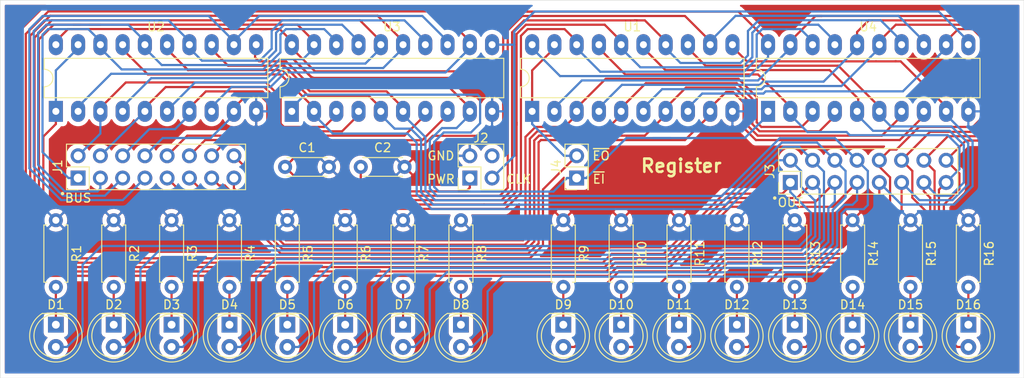
<source format=kicad_pcb>
(kicad_pcb (version 20171130) (host pcbnew "(5.1.4)-1")
  (title_block (title Register))
  (layers (0 F.Cu signal) (31 B.Cu signal) (34 B.Paste user) (35 F.Paste user) (36 B.SilkS user) (37 F.SilkS user) (38 B.Mask user) (39 F.Mask user) (44 Edge.Cuts user))
  (net 0 "")
  (net 1 "Net-(D1-Pad1)")
  (net 2 GND)
  (net 3 /D15)
  (net 4 /D14)
  (net 5 /D13)
  (net 6 /D12)
  (net 7 /D11)
  (net 8 /D10)
  (net 9 /D9)
  (net 10 /D8)
  (net 11 /D7)
  (net 12 /D6)
  (net 13 /D5)
  (net 14 /D4)
  (net 15 /D3)
  (net 16 /D2)
  (net 17 /D1)
  (net 18 /D0)
  (net 19 "Net-(J2-Pad4)")
  (net 20 VCC)
  (net 21 /RD15)
  (net 22 /RD14)
  (net 23 /RD13)
  (net 24 /RD12)
  (net 25 /RD11)
  (net 26 /RD10)
  (net 27 /RD9)
  (net 28 /RD8)
  (net 29 /RD7)
  (net 30 /RD6)
  (net 31 /RD5)
  (net 32 /RD4)
  (net 33 /RD3)
  (net 34 /RD2)
  (net 35 /RD1)
  (net 36 /RD0)
  (net 37 "Net-(D2-Pad1)")
  (net 38 "Net-(D3-Pad1)")
  (net 39 "Net-(D4-Pad1)")
  (net 40 "Net-(D5-Pad1)")
  (net 41 "Net-(D6-Pad1)")
  (net 42 "Net-(D7-Pad1)")
  (net 43 "Net-(D8-Pad1)")
  (net 44 "Net-(D9-Pad1)")
  (net 45 "Net-(D10-Pad1)")
  (net 46 "Net-(D11-Pad1)")
  (net 47 "Net-(D12-Pad1)")
  (net 48 "Net-(D13-Pad1)")
  (net 49 "Net-(D14-Pad1)")
  (net 50 "Net-(D15-Pad1)")
  (net 51 "Net-(D16-Pad1)")
  (net 52 /CLK)
  (net 53 /~ENABLE_INPUT~)
  (net 54 /~ENABLE_OUTPUT~)
  (module Capacitor_THT:C_Disc_D4.3mm_W1.9mm_P5.00mm (layer F.Cu) (at 117.348 69.85)
    (fp_text reference C2 (at 2.5 -2.2) (layer F.SilkS))
    (fp_text value 0.1µF)
    (pad 2 thru_hole circle (at 5 0) (size 1.6 1.6) (drill 0.8) (layers *.Cu *.Mask) (net 2 GND))
    (pad 1 thru_hole circle (at 0 0) (size 1.6 1.6) (drill 0.8) (layers *.Cu *.Mask) (net 20 VCC))
  )
  (module Capacitor_THT:C_Disc_D4.3mm_W1.9mm_P5.00mm (layer F.Cu) (at 108.712 69.85)
    (fp_text reference C1 (at 2.5 -2.2) (layer F.SilkS))
    (fp_text value 0.1µF)
    (pad 2 thru_hole circle (at 5 0) (size 1.6 1.6) (drill 0.8) (layers *.Cu *.Mask) (net 2 GND))
    (pad 1 thru_hole circle (at 0 0) (size 1.6 1.6) (drill 0.8) (layers *.Cu *.Mask) (net 20 VCC))
  )
  (module Connector_PinHeader_2.54mm:PinHeader_2x08_P2.54mm_Vertical (layer F.Cu) (at 85.09 71.12 90)
    (fp_text reference J1 (at 1.27 -2.33 90) (layer F.SilkS))
    (fp_text value Conn_02x08_Odd_Even)
    (pad 16 thru_hole oval (at 2.54 17.78 90) (size 1.7 1.7) (drill 1) (layers *.Cu *.Mask) (net 3 /D15))
    (pad 15 thru_hole oval (at 0 17.78 90) (size 1.7 1.7) (drill 1) (layers *.Cu *.Mask) (net 4 /D14))
    (pad 14 thru_hole oval (at 2.54 15.24 90) (size 1.7 1.7) (drill 1) (layers *.Cu *.Mask) (net 5 /D13))
    (pad 13 thru_hole oval (at 0 15.24 90) (size 1.7 1.7) (drill 1) (layers *.Cu *.Mask) (net 6 /D12))
    (pad 12 thru_hole oval (at 2.54 12.7 90) (size 1.7 1.7) (drill 1) (layers *.Cu *.Mask) (net 7 /D11))
    (pad 11 thru_hole oval (at 0 12.7 90) (size 1.7 1.7) (drill 1) (layers *.Cu *.Mask) (net 8 /D10))
    (pad 10 thru_hole oval (at 2.54 10.16 90) (size 1.7 1.7) (drill 1) (layers *.Cu *.Mask) (net 9 /D9))
    (pad 9 thru_hole oval (at 0 10.16 90) (size 1.7 1.7) (drill 1) (layers *.Cu *.Mask) (net 10 /D8))
    (pad 8 thru_hole oval (at 2.54 7.62 90) (size 1.7 1.7) (drill 1) (layers *.Cu *.Mask) (net 11 /D7))
    (pad 7 thru_hole oval (at 0 7.62 90) (size 1.7 1.7) (drill 1) (layers *.Cu *.Mask) (net 12 /D6))
    (pad 6 thru_hole oval (at 2.54 5.08 90) (size 1.7 1.7) (drill 1) (layers *.Cu *.Mask) (net 13 /D5))
    (pad 5 thru_hole oval (at 0 5.08 90) (size 1.7 1.7) (drill 1) (layers *.Cu *.Mask) (net 14 /D4))
    (pad 4 thru_hole oval (at 2.54 2.54 90) (size 1.7 1.7) (drill 1) (layers *.Cu *.Mask) (net 15 /D3))
    (pad 3 thru_hole oval (at 0 2.54 90) (size 1.7 1.7) (drill 1) (layers *.Cu *.Mask) (net 16 /D2))
    (pad 2 thru_hole oval (at 2.54 0 90) (size 1.7 1.7) (drill 1) (layers *.Cu *.Mask) (net 17 /D1))
    (pad 1 thru_hole rect (at 0 0 90) (size 1.7 1.7) (drill 1) (layers *.Cu *.Mask) (net 18 /D0))
  )
  (module Connector_PinHeader_2.54mm:PinHeader_2x02_P2.54mm_Vertical (layer F.Cu) (at 129.794 71.12 90)
    (fp_text reference J2 (at 4.572 1.27) (layer F.SilkS))
    (fp_text value Conn_02x02_Odd_Even)
    (pad 4 thru_hole oval (at 2.54 2.54 90) (size 1.7 1.7) (drill 1) (layers *.Cu *.Mask) (net 19 "Net-(J2-Pad4)"))
    (pad 3 thru_hole oval (at 0 2.54 90) (size 1.7 1.7) (drill 1) (layers *.Cu *.Mask) (net 52 /CLK))
    (pad 2 thru_hole oval (at 2.54 0 90) (size 1.7 1.7) (drill 1) (layers *.Cu *.Mask) (net 2 GND))
    (pad 1 thru_hole rect (at 0 0 90) (size 1.7 1.7) (drill 1) (layers *.Cu *.Mask) (net 20 VCC))
  )
  (module Connector_PinHeader_2.54mm:PinHeader_2x08_P2.54mm_Vertical (layer F.Cu) (at 166.37 71.628 90)
    (fp_text reference J3 (at 1.27 -2.33 90) (layer F.SilkS))
    (fp_text value Conn_02x08_Odd_Even)
    (pad 1 thru_hole rect (at 0 0 90) (size 1.7 1.7) (drill 1) (layers *.Cu *.Mask) (net 36 /RD0))
    (pad 2 thru_hole oval (at 2.54 0 90) (size 1.7 1.7) (drill 1) (layers *.Cu *.Mask) (net 35 /RD1))
    (pad 3 thru_hole oval (at 0 2.54 90) (size 1.7 1.7) (drill 1) (layers *.Cu *.Mask) (net 34 /RD2))
    (pad 4 thru_hole oval (at 2.54 2.54 90) (size 1.7 1.7) (drill 1) (layers *.Cu *.Mask) (net 33 /RD3))
    (pad 5 thru_hole oval (at 0 5.08 90) (size 1.7 1.7) (drill 1) (layers *.Cu *.Mask) (net 32 /RD4))
    (pad 6 thru_hole oval (at 2.54 5.08 90) (size 1.7 1.7) (drill 1) (layers *.Cu *.Mask) (net 31 /RD5))
    (pad 7 thru_hole oval (at 0 7.62 90) (size 1.7 1.7) (drill 1) (layers *.Cu *.Mask) (net 30 /RD6))
    (pad 8 thru_hole oval (at 2.54 7.62 90) (size 1.7 1.7) (drill 1) (layers *.Cu *.Mask) (net 29 /RD7))
    (pad 9 thru_hole oval (at 0 10.16 90) (size 1.7 1.7) (drill 1) (layers *.Cu *.Mask) (net 28 /RD8))
    (pad 10 thru_hole oval (at 2.54 10.16 90) (size 1.7 1.7) (drill 1) (layers *.Cu *.Mask) (net 27 /RD9))
    (pad 11 thru_hole oval (at 0 12.7 90) (size 1.7 1.7) (drill 1) (layers *.Cu *.Mask) (net 26 /RD10))
    (pad 12 thru_hole oval (at 2.54 12.7 90) (size 1.7 1.7) (drill 1) (layers *.Cu *.Mask) (net 25 /RD11))
    (pad 13 thru_hole oval (at 0 15.24 90) (size 1.7 1.7) (drill 1) (layers *.Cu *.Mask) (net 24 /RD12))
    (pad 14 thru_hole oval (at 2.54 15.24 90) (size 1.7 1.7) (drill 1) (layers *.Cu *.Mask) (net 23 /RD13))
    (pad 15 thru_hole oval (at 0 17.78 90) (size 1.7 1.7) (drill 1) (layers *.Cu *.Mask) (net 22 /RD14))
    (pad 16 thru_hole oval (at 2.54 17.78 90) (size 1.7 1.7) (drill 1) (layers *.Cu *.Mask) (net 21 /RD15))
  )
  (module Connector_PinHeader_2.54mm:PinHeader_2x01_P2.54mm_Vertical (layer F.Cu) (at 141.986 71.12 90)
    (fp_text reference J4 (at 1.27 -2.33 90) (layer F.SilkS))
    (fp_text value Conn_02x01)
    (pad 1 thru_hole rect (at 0 0 90) (size 1.7 1.7) (drill 1) (layers *.Cu *.Mask) (net 53 /~ENABLE_INPUT~))
    (pad 2 thru_hole oval (at 2.54 0 90) (size 1.7 1.7) (drill 1) (layers *.Cu *.Mask) (net 54 /~ENABLE_OUTPUT~))
  )
  (module Package_DIP:DIP-20_W7.62mm_LongPads (layer F.Cu) (at 136.906 63.5 90)
    (fp_text reference U1 (at 9.652 11.43 180) (layer F.SilkS))
    (fp_text value 74LS244)
    (pad 1 thru_hole rect (at 0 0 90) (size 2.4 1.6) (drill 0.8) (layers *.Cu *.Mask) (net 54 /~ENABLE_OUTPUT~))
    (pad 11 thru_hole oval (at 7.62 22.86 90) (size 2.4 1.6) (drill 0.8) (layers *.Cu *.Mask) (net 28 /RD8))
    (pad 2 thru_hole oval (at 0 2.54 90) (size 2.4 1.6) (drill 0.8) (layers *.Cu *.Mask) (net 21 /RD15))
    (pad 12 thru_hole oval (at 7.62 20.32 90) (size 2.4 1.6) (drill 0.8) (layers *.Cu *.Mask) (net 9 /D9))
    (pad 3 thru_hole oval (at 0 5.08 90) (size 2.4 1.6) (drill 0.8) (layers *.Cu *.Mask) (net 4 /D14))
    (pad 13 thru_hole oval (at 7.62 17.78 90) (size 2.4 1.6) (drill 0.8) (layers *.Cu *.Mask) (net 26 /RD10))
    (pad 4 thru_hole oval (at 0 7.62 90) (size 2.4 1.6) (drill 0.8) (layers *.Cu *.Mask) (net 23 /RD13))
    (pad 14 thru_hole oval (at 7.62 15.24 90) (size 2.4 1.6) (drill 0.8) (layers *.Cu *.Mask) (net 7 /D11))
    (pad 5 thru_hole oval (at 0 10.16 90) (size 2.4 1.6) (drill 0.8) (layers *.Cu *.Mask) (net 6 /D12))
    (pad 15 thru_hole oval (at 7.62 12.7 90) (size 2.4 1.6) (drill 0.8) (layers *.Cu *.Mask) (net 24 /RD12))
    (pad 6 thru_hole oval (at 0 12.7 90) (size 2.4 1.6) (drill 0.8) (layers *.Cu *.Mask) (net 25 /RD11))
    (pad 16 thru_hole oval (at 7.62 10.16 90) (size 2.4 1.6) (drill 0.8) (layers *.Cu *.Mask) (net 5 /D13))
    (pad 7 thru_hole oval (at 0 15.24 90) (size 2.4 1.6) (drill 0.8) (layers *.Cu *.Mask) (net 8 /D10))
    (pad 17 thru_hole oval (at 7.62 7.62 90) (size 2.4 1.6) (drill 0.8) (layers *.Cu *.Mask) (net 22 /RD14))
    (pad 8 thru_hole oval (at 0 17.78 90) (size 2.4 1.6) (drill 0.8) (layers *.Cu *.Mask) (net 27 /RD9))
    (pad 18 thru_hole oval (at 7.62 5.08 90) (size 2.4 1.6) (drill 0.8) (layers *.Cu *.Mask) (net 3 /D15))
    (pad 9 thru_hole oval (at 0 20.32 90) (size 2.4 1.6) (drill 0.8) (layers *.Cu *.Mask) (net 10 /D8))
    (pad 19 thru_hole oval (at 7.62 2.54 90) (size 2.4 1.6) (drill 0.8) (layers *.Cu *.Mask) (net 54 /~ENABLE_OUTPUT~))
    (pad 10 thru_hole oval (at 0 22.86 90) (size 2.4 1.6) (drill 0.8) (layers *.Cu *.Mask) (net 2 GND))
    (pad 20 thru_hole oval (at 7.62 0 90) (size 2.4 1.6) (drill 0.8) (layers *.Cu *.Mask) (net 20 VCC))
  )
  (module Package_DIP:DIP-20_W7.62mm_LongPads (layer F.Cu) (at 109.474 63.5 90)
    (fp_text reference U3 (at 9.652 11.43 180) (layer F.SilkS))
    (fp_text value 74LS377)
    (pad 1 thru_hole rect (at 0 0 90) (size 2.4 1.6) (drill 0.8) (layers *.Cu *.Mask) (net 53 /~ENABLE_INPUT~))
    (pad 11 thru_hole oval (at 7.62 22.86 90) (size 2.4 1.6) (drill 0.8) (layers *.Cu *.Mask) (net 52 /CLK))
    (pad 2 thru_hole oval (at 0 2.54 90) (size 2.4 1.6) (drill 0.8) (layers *.Cu *.Mask) (net 35 /RD1))
    (pad 12 thru_hole oval (at 7.62 20.32 90) (size 2.4 1.6) (drill 0.8) (layers *.Cu *.Mask) (net 30 /RD6))
    (pad 3 thru_hole oval (at 0 5.08 90) (size 2.4 1.6) (drill 0.8) (layers *.Cu *.Mask) (net 17 /D1))
    (pad 13 thru_hole oval (at 7.62 17.78 90) (size 2.4 1.6) (drill 0.8) (layers *.Cu *.Mask) (net 12 /D6))
    (pad 4 thru_hole oval (at 0 7.62 90) (size 2.4 1.6) (drill 0.8) (layers *.Cu *.Mask) (net 15 /D3))
    (pad 14 thru_hole oval (at 7.62 15.24 90) (size 2.4 1.6) (drill 0.8) (layers *.Cu *.Mask) (net 14 /D4))
    (pad 5 thru_hole oval (at 0 10.16 90) (size 2.4 1.6) (drill 0.8) (layers *.Cu *.Mask) (net 33 /RD3))
    (pad 15 thru_hole oval (at 7.62 12.7 90) (size 2.4 1.6) (drill 0.8) (layers *.Cu *.Mask) (net 32 /RD4))
    (pad 6 thru_hole oval (at 0 12.7 90) (size 2.4 1.6) (drill 0.8) (layers *.Cu *.Mask) (net 31 /RD5))
    (pad 16 thru_hole oval (at 7.62 10.16 90) (size 2.4 1.6) (drill 0.8) (layers *.Cu *.Mask) (net 34 /RD2))
    (pad 7 thru_hole oval (at 0 15.24 90) (size 2.4 1.6) (drill 0.8) (layers *.Cu *.Mask) (net 13 /D5))
    (pad 17 thru_hole oval (at 7.62 7.62 90) (size 2.4 1.6) (drill 0.8) (layers *.Cu *.Mask) (net 16 /D2))
    (pad 8 thru_hole oval (at 0 17.78 90) (size 2.4 1.6) (drill 0.8) (layers *.Cu *.Mask) (net 11 /D7))
    (pad 18 thru_hole oval (at 7.62 5.08 90) (size 2.4 1.6) (drill 0.8) (layers *.Cu *.Mask) (net 18 /D0))
    (pad 9 thru_hole oval (at 0 20.32 90) (size 2.4 1.6) (drill 0.8) (layers *.Cu *.Mask) (net 29 /RD7))
    (pad 19 thru_hole oval (at 7.62 2.54 90) (size 2.4 1.6) (drill 0.8) (layers *.Cu *.Mask) (net 36 /RD0))
    (pad 10 thru_hole oval (at 0 22.86 90) (size 2.4 1.6) (drill 0.8) (layers *.Cu *.Mask) (net 2 GND))
    (pad 20 thru_hole oval (at 7.62 0 90) (size 2.4 1.6) (drill 0.8) (layers *.Cu *.Mask) (net 20 VCC))
  )
  (module Package_DIP:DIP-20_W7.62mm_LongPads (layer F.Cu) (at 163.83 63.5 90)
    (fp_text reference U4 (at 9.652 11.43 180) (layer F.SilkS))
    (fp_text value 74LS377)
    (pad 1 thru_hole rect (at 0 0 90) (size 2.4 1.6) (drill 0.8) (layers *.Cu *.Mask) (net 53 /~ENABLE_INPUT~))
    (pad 11 thru_hole oval (at 7.62 22.86 90) (size 2.4 1.6) (drill 0.8) (layers *.Cu *.Mask) (net 52 /CLK))
    (pad 2 thru_hole oval (at 0 2.54 90) (size 2.4 1.6) (drill 0.8) (layers *.Cu *.Mask) (net 22 /RD14))
    (pad 12 thru_hole oval (at 7.62 20.32 90) (size 2.4 1.6) (drill 0.8) (layers *.Cu *.Mask) (net 27 /RD9))
    (pad 3 thru_hole oval (at 0 5.08 90) (size 2.4 1.6) (drill 0.8) (layers *.Cu *.Mask) (net 4 /D14))
    (pad 13 thru_hole oval (at 7.62 17.78 90) (size 2.4 1.6) (drill 0.8) (layers *.Cu *.Mask) (net 9 /D9))
    (pad 4 thru_hole oval (at 0 7.62 90) (size 2.4 1.6) (drill 0.8) (layers *.Cu *.Mask) (net 6 /D12))
    (pad 14 thru_hole oval (at 7.62 15.24 90) (size 2.4 1.6) (drill 0.8) (layers *.Cu *.Mask) (net 7 /D11))
    (pad 5 thru_hole oval (at 0 10.16 90) (size 2.4 1.6) (drill 0.8) (layers *.Cu *.Mask) (net 24 /RD12))
    (pad 15 thru_hole oval (at 7.62 12.7 90) (size 2.4 1.6) (drill 0.8) (layers *.Cu *.Mask) (net 25 /RD11))
    (pad 6 thru_hole oval (at 0 12.7 90) (size 2.4 1.6) (drill 0.8) (layers *.Cu *.Mask) (net 26 /RD10))
    (pad 16 thru_hole oval (at 7.62 10.16 90) (size 2.4 1.6) (drill 0.8) (layers *.Cu *.Mask) (net 23 /RD13))
    (pad 7 thru_hole oval (at 0 15.24 90) (size 2.4 1.6) (drill 0.8) (layers *.Cu *.Mask) (net 8 /D10))
    (pad 17 thru_hole oval (at 7.62 7.62 90) (size 2.4 1.6) (drill 0.8) (layers *.Cu *.Mask) (net 5 /D13))
    (pad 8 thru_hole oval (at 0 17.78 90) (size 2.4 1.6) (drill 0.8) (layers *.Cu *.Mask) (net 10 /D8))
    (pad 18 thru_hole oval (at 7.62 5.08 90) (size 2.4 1.6) (drill 0.8) (layers *.Cu *.Mask) (net 3 /D15))
    (pad 9 thru_hole oval (at 0 20.32 90) (size 2.4 1.6) (drill 0.8) (layers *.Cu *.Mask) (net 28 /RD8))
    (pad 19 thru_hole oval (at 7.62 2.54 90) (size 2.4 1.6) (drill 0.8) (layers *.Cu *.Mask) (net 21 /RD15))
    (pad 10 thru_hole oval (at 0 22.86 90) (size 2.4 1.6) (drill 0.8) (layers *.Cu *.Mask) (net 2 GND))
    (pad 20 thru_hole oval (at 7.62 0 90) (size 2.4 1.6) (drill 0.8) (layers *.Cu *.Mask) (net 20 VCC))
  )
  (module Package_DIP:DIP-20_W7.62mm_LongPads (layer F.Cu) (at 82.55 63.5 90)
    (fp_text reference U2 (at 9.652 11.43 180) (layer F.SilkS))
    (fp_text value 74LS244)
    (pad 1 thru_hole rect (at 0 0 90) (size 2.4 1.6) (drill 0.8) (layers *.Cu *.Mask) (net 54 /~ENABLE_OUTPUT~))
    (pad 11 thru_hole oval (at 7.62 22.86 90) (size 2.4 1.6) (drill 0.8) (layers *.Cu *.Mask) (net 29 /RD7))
    (pad 2 thru_hole oval (at 0 2.54 90) (size 2.4 1.6) (drill 0.8) (layers *.Cu *.Mask) (net 36 /RD0))
    (pad 12 thru_hole oval (at 7.62 20.32 90) (size 2.4 1.6) (drill 0.8) (layers *.Cu *.Mask) (net 12 /D6))
    (pad 3 thru_hole oval (at 0 5.08 90) (size 2.4 1.6) (drill 0.8) (layers *.Cu *.Mask) (net 17 /D1))
    (pad 13 thru_hole oval (at 7.62 17.78 90) (size 2.4 1.6) (drill 0.8) (layers *.Cu *.Mask) (net 31 /RD5))
    (pad 4 thru_hole oval (at 0 7.62 90) (size 2.4 1.6) (drill 0.8) (layers *.Cu *.Mask) (net 34 /RD2))
    (pad 14 thru_hole oval (at 7.62 15.24 90) (size 2.4 1.6) (drill 0.8) (layers *.Cu *.Mask) (net 14 /D4))
    (pad 5 thru_hole oval (at 0 10.16 90) (size 2.4 1.6) (drill 0.8) (layers *.Cu *.Mask) (net 15 /D3))
    (pad 15 thru_hole oval (at 7.62 12.7 90) (size 2.4 1.6) (drill 0.8) (layers *.Cu *.Mask) (net 33 /RD3))
    (pad 6 thru_hole oval (at 0 12.7 90) (size 2.4 1.6) (drill 0.8) (layers *.Cu *.Mask) (net 32 /RD4))
    (pad 16 thru_hole oval (at 7.62 10.16 90) (size 2.4 1.6) (drill 0.8) (layers *.Cu *.Mask) (net 16 /D2))
    (pad 7 thru_hole oval (at 0 15.24 90) (size 2.4 1.6) (drill 0.8) (layers *.Cu *.Mask) (net 13 /D5))
    (pad 17 thru_hole oval (at 7.62 7.62 90) (size 2.4 1.6) (drill 0.8) (layers *.Cu *.Mask) (net 35 /RD1))
    (pad 8 thru_hole oval (at 0 17.78 90) (size 2.4 1.6) (drill 0.8) (layers *.Cu *.Mask) (net 30 /RD6))
    (pad 18 thru_hole oval (at 7.62 5.08 90) (size 2.4 1.6) (drill 0.8) (layers *.Cu *.Mask) (net 18 /D0))
    (pad 9 thru_hole oval (at 0 20.32 90) (size 2.4 1.6) (drill 0.8) (layers *.Cu *.Mask) (net 11 /D7))
    (pad 19 thru_hole oval (at 7.62 2.54 90) (size 2.4 1.6) (drill 0.8) (layers *.Cu *.Mask) (net 54 /~ENABLE_OUTPUT~))
    (pad 10 thru_hole oval (at 0 22.86 90) (size 2.4 1.6) (drill 0.8) (layers *.Cu *.Mask) (net 2 GND))
    (pad 20 thru_hole oval (at 7.62 0 90) (size 2.4 1.6) (drill 0.8) (layers *.Cu *.Mask) (net 20 VCC))
  )
  (module Resistor_THT:R_Axial_DIN0207_L6.3mm_D2.5mm_P7.62mm_Horizontal (layer F.Cu) (at 186.69 75.946 270)
    (fp_text reference R16 (at 3.81 -2.37 90) (layer F.SilkS))
    (fp_text value 220)
    (pad 2 thru_hole oval (at 7.62 0 270) (size 1.6 1.6) (drill 0.8) (layers *.Cu *.Mask) (net 51 "Net-(D16-Pad1)"))
    (pad 1 thru_hole circle (at 0 0 270) (size 1.6 1.6) (drill 0.8) (layers *.Cu *.Mask) (net 2 GND))
  )
  (module Resistor_THT:R_Axial_DIN0207_L6.3mm_D2.5mm_P7.62mm_Horizontal (layer F.Cu) (at 180.086 75.946 270)
    (fp_text reference R15 (at 3.81 -2.37 90) (layer F.SilkS))
    (fp_text value 220)
    (pad 2 thru_hole oval (at 7.62 0 270) (size 1.6 1.6) (drill 0.8) (layers *.Cu *.Mask) (net 50 "Net-(D15-Pad1)"))
    (pad 1 thru_hole circle (at 0 0 270) (size 1.6 1.6) (drill 0.8) (layers *.Cu *.Mask) (net 2 GND))
  )
  (module Resistor_THT:R_Axial_DIN0207_L6.3mm_D2.5mm_P7.62mm_Horizontal (layer F.Cu) (at 173.482 75.946 270)
    (fp_text reference R14 (at 3.81 -2.37 90) (layer F.SilkS))
    (fp_text value 220)
    (pad 2 thru_hole oval (at 7.62 0 270) (size 1.6 1.6) (drill 0.8) (layers *.Cu *.Mask) (net 49 "Net-(D14-Pad1)"))
    (pad 1 thru_hole circle (at 0 0 270) (size 1.6 1.6) (drill 0.8) (layers *.Cu *.Mask) (net 2 GND))
  )
  (module Resistor_THT:R_Axial_DIN0207_L6.3mm_D2.5mm_P7.62mm_Horizontal (layer F.Cu) (at 166.878 75.946 270)
    (fp_text reference R13 (at 3.81 -2.37 90) (layer F.SilkS))
    (fp_text value 220)
    (pad 2 thru_hole oval (at 7.62 0 270) (size 1.6 1.6) (drill 0.8) (layers *.Cu *.Mask) (net 48 "Net-(D13-Pad1)"))
    (pad 1 thru_hole circle (at 0 0 270) (size 1.6 1.6) (drill 0.8) (layers *.Cu *.Mask) (net 2 GND))
  )
  (module Resistor_THT:R_Axial_DIN0207_L6.3mm_D2.5mm_P7.62mm_Horizontal (layer F.Cu) (at 160.274 75.946 270)
    (fp_text reference R12 (at 3.81 -2.37 90) (layer F.SilkS))
    (fp_text value 220)
    (pad 2 thru_hole oval (at 7.62 0 270) (size 1.6 1.6) (drill 0.8) (layers *.Cu *.Mask) (net 47 "Net-(D12-Pad1)"))
    (pad 1 thru_hole circle (at 0 0 270) (size 1.6 1.6) (drill 0.8) (layers *.Cu *.Mask) (net 2 GND))
  )
  (module Resistor_THT:R_Axial_DIN0207_L6.3mm_D2.5mm_P7.62mm_Horizontal (layer F.Cu) (at 153.67 75.946 270)
    (fp_text reference R11 (at 3.81 -2.37 90) (layer F.SilkS))
    (fp_text value 220)
    (pad 2 thru_hole oval (at 7.62 0 270) (size 1.6 1.6) (drill 0.8) (layers *.Cu *.Mask) (net 46 "Net-(D11-Pad1)"))
    (pad 1 thru_hole circle (at 0 0 270) (size 1.6 1.6) (drill 0.8) (layers *.Cu *.Mask) (net 2 GND))
  )
  (module Resistor_THT:R_Axial_DIN0207_L6.3mm_D2.5mm_P7.62mm_Horizontal (layer F.Cu) (at 147.066 75.946 270)
    (fp_text reference R10 (at 3.81 -2.37 90) (layer F.SilkS))
    (fp_text value 220)
    (pad 2 thru_hole oval (at 7.62 0 270) (size 1.6 1.6) (drill 0.8) (layers *.Cu *.Mask) (net 45 "Net-(D10-Pad1)"))
    (pad 1 thru_hole circle (at 0 0 270) (size 1.6 1.6) (drill 0.8) (layers *.Cu *.Mask) (net 2 GND))
  )
  (module Resistor_THT:R_Axial_DIN0207_L6.3mm_D2.5mm_P7.62mm_Horizontal (layer F.Cu) (at 140.462 75.946 270)
    (fp_text reference R9 (at 3.81 -2.37 90) (layer F.SilkS))
    (fp_text value 220)
    (pad 2 thru_hole oval (at 7.62 0 270) (size 1.6 1.6) (drill 0.8) (layers *.Cu *.Mask) (net 44 "Net-(D9-Pad1)"))
    (pad 1 thru_hole circle (at 0 0 270) (size 1.6 1.6) (drill 0.8) (layers *.Cu *.Mask) (net 2 GND))
  )
  (module Resistor_THT:R_Axial_DIN0207_L6.3mm_D2.5mm_P7.62mm_Horizontal (layer F.Cu) (at 128.778 75.946 270)
    (fp_text reference R8 (at 3.81 -2.37 90) (layer F.SilkS))
    (fp_text value 220)
    (pad 2 thru_hole oval (at 7.62 0 270) (size 1.6 1.6) (drill 0.8) (layers *.Cu *.Mask) (net 43 "Net-(D8-Pad1)"))
    (pad 1 thru_hole circle (at 0 0 270) (size 1.6 1.6) (drill 0.8) (layers *.Cu *.Mask) (net 2 GND))
  )
  (module Resistor_THT:R_Axial_DIN0207_L6.3mm_D2.5mm_P7.62mm_Horizontal (layer F.Cu) (at 122.174 75.946 270)
    (fp_text reference R7 (at 3.81 -2.37 90) (layer F.SilkS))
    (fp_text value 220)
    (pad 2 thru_hole oval (at 7.62 0 270) (size 1.6 1.6) (drill 0.8) (layers *.Cu *.Mask) (net 42 "Net-(D7-Pad1)"))
    (pad 1 thru_hole circle (at 0 0 270) (size 1.6 1.6) (drill 0.8) (layers *.Cu *.Mask) (net 2 GND))
  )
  (module Resistor_THT:R_Axial_DIN0207_L6.3mm_D2.5mm_P7.62mm_Horizontal (layer F.Cu) (at 115.57 75.946 270)
    (fp_text reference R6 (at 3.81 -2.37 90) (layer F.SilkS))
    (fp_text value 220)
    (pad 2 thru_hole oval (at 7.62 0 270) (size 1.6 1.6) (drill 0.8) (layers *.Cu *.Mask) (net 41 "Net-(D6-Pad1)"))
    (pad 1 thru_hole circle (at 0 0 270) (size 1.6 1.6) (drill 0.8) (layers *.Cu *.Mask) (net 2 GND))
  )
  (module Resistor_THT:R_Axial_DIN0207_L6.3mm_D2.5mm_P7.62mm_Horizontal (layer F.Cu) (at 108.966 75.946 270)
    (fp_text reference R5 (at 3.81 -2.37 90) (layer F.SilkS))
    (fp_text value 220)
    (pad 2 thru_hole oval (at 7.62 0 270) (size 1.6 1.6) (drill 0.8) (layers *.Cu *.Mask) (net 40 "Net-(D5-Pad1)"))
    (pad 1 thru_hole circle (at 0 0 270) (size 1.6 1.6) (drill 0.8) (layers *.Cu *.Mask) (net 2 GND))
  )
  (module Resistor_THT:R_Axial_DIN0207_L6.3mm_D2.5mm_P7.62mm_Horizontal (layer F.Cu) (at 102.362 75.946 270)
    (fp_text reference R4 (at 3.81 -2.37 90) (layer F.SilkS))
    (fp_text value 220)
    (pad 2 thru_hole oval (at 7.62 0 270) (size 1.6 1.6) (drill 0.8) (layers *.Cu *.Mask) (net 39 "Net-(D4-Pad1)"))
    (pad 1 thru_hole circle (at 0 0 270) (size 1.6 1.6) (drill 0.8) (layers *.Cu *.Mask) (net 2 GND))
  )
  (module Resistor_THT:R_Axial_DIN0207_L6.3mm_D2.5mm_P7.62mm_Horizontal (layer F.Cu) (at 95.758 75.946 270)
    (fp_text reference R3 (at 3.81 -2.37 90) (layer F.SilkS))
    (fp_text value 220)
    (pad 2 thru_hole oval (at 7.62 0 270) (size 1.6 1.6) (drill 0.8) (layers *.Cu *.Mask) (net 38 "Net-(D3-Pad1)"))
    (pad 1 thru_hole circle (at 0 0 270) (size 1.6 1.6) (drill 0.8) (layers *.Cu *.Mask) (net 2 GND))
  )
  (module Resistor_THT:R_Axial_DIN0207_L6.3mm_D2.5mm_P7.62mm_Horizontal (layer F.Cu) (at 89.154 75.946 270)
    (fp_text reference R2 (at 3.81 -2.37 90) (layer F.SilkS))
    (fp_text value 220)
    (pad 2 thru_hole oval (at 7.62 0 270) (size 1.6 1.6) (drill 0.8) (layers *.Cu *.Mask) (net 37 "Net-(D2-Pad1)"))
    (pad 1 thru_hole circle (at 0 0 270) (size 1.6 1.6) (drill 0.8) (layers *.Cu *.Mask) (net 2 GND))
  )
  (module Resistor_THT:R_Axial_DIN0207_L6.3mm_D2.5mm_P7.62mm_Horizontal (layer F.Cu) (at 82.55 75.946 270)
    (fp_text reference R1 (at 3.81 -2.37 90) (layer F.SilkS))
    (fp_text value 220)
    (pad 1 thru_hole circle (at 0 0 270) (size 1.6 1.6) (drill 0.8) (layers *.Cu *.Mask) (net 2 GND))
    (pad 2 thru_hole oval (at 7.62 0 270) (size 1.6 1.6) (drill 0.8) (layers *.Cu *.Mask) (net 1 "Net-(D1-Pad1)"))
  )
  (module LED_THT:LED_D5.0mm (layer F.Cu) (at 186.69 87.884 270)
    (fp_text reference D16 (at -2.286 0 180) (layer F.SilkS))
    (fp_text value LED_ALT)
    (pad 1 thru_hole rect (at 0 0 270) (size 1.8 1.8) (drill 0.9) (layers *.Cu *.Mask) (net 51 "Net-(D16-Pad1)"))
    (pad 2 thru_hole circle (at 2.54 0 270) (size 1.8 1.8) (drill 0.9) (layers *.Cu *.Mask) (net 21 /RD15))
  )
  (module LED_THT:LED_D5.0mm (layer F.Cu) (at 180.086 87.884 270)
    (fp_text reference D15 (at -2.286 0 180) (layer F.SilkS))
    (fp_text value LED_ALT)
    (pad 1 thru_hole rect (at 0 0 270) (size 1.8 1.8) (drill 0.9) (layers *.Cu *.Mask) (net 50 "Net-(D15-Pad1)"))
    (pad 2 thru_hole circle (at 2.54 0 270) (size 1.8 1.8) (drill 0.9) (layers *.Cu *.Mask) (net 22 /RD14))
  )
  (module LED_THT:LED_D5.0mm (layer F.Cu) (at 173.482 87.884 270)
    (fp_text reference D14 (at -2.286 0 180) (layer F.SilkS))
    (fp_text value LED_ALT)
    (pad 1 thru_hole rect (at 0 0 270) (size 1.8 1.8) (drill 0.9) (layers *.Cu *.Mask) (net 49 "Net-(D14-Pad1)"))
    (pad 2 thru_hole circle (at 2.54 0 270) (size 1.8 1.8) (drill 0.9) (layers *.Cu *.Mask) (net 23 /RD13))
  )
  (module LED_THT:LED_D5.0mm (layer F.Cu) (at 166.878 87.884 270)
    (fp_text reference D13 (at -2.286 0 180) (layer F.SilkS))
    (fp_text value LED_ALT)
    (pad 1 thru_hole rect (at 0 0 270) (size 1.8 1.8) (drill 0.9) (layers *.Cu *.Mask) (net 48 "Net-(D13-Pad1)"))
    (pad 2 thru_hole circle (at 2.54 0 270) (size 1.8 1.8) (drill 0.9) (layers *.Cu *.Mask) (net 24 /RD12))
  )
  (module LED_THT:LED_D5.0mm (layer F.Cu) (at 160.274 87.884 270)
    (fp_text reference D12 (at -2.286 0 180) (layer F.SilkS))
    (fp_text value LED_ALT)
    (pad 1 thru_hole rect (at 0 0 270) (size 1.8 1.8) (drill 0.9) (layers *.Cu *.Mask) (net 47 "Net-(D12-Pad1)"))
    (pad 2 thru_hole circle (at 2.54 0 270) (size 1.8 1.8) (drill 0.9) (layers *.Cu *.Mask) (net 25 /RD11))
  )
  (module LED_THT:LED_D5.0mm (layer F.Cu) (at 153.67 87.884 270)
    (fp_text reference D11 (at -2.286 0 180) (layer F.SilkS))
    (fp_text value LED_ALT)
    (pad 1 thru_hole rect (at 0 0 270) (size 1.8 1.8) (drill 0.9) (layers *.Cu *.Mask) (net 46 "Net-(D11-Pad1)"))
    (pad 2 thru_hole circle (at 2.54 0 270) (size 1.8 1.8) (drill 0.9) (layers *.Cu *.Mask) (net 26 /RD10))
  )
  (module LED_THT:LED_D5.0mm (layer F.Cu) (at 147.066 87.884 270)
    (fp_text reference D10 (at -2.286 0 180) (layer F.SilkS))
    (fp_text value LED_ALT)
    (pad 1 thru_hole rect (at 0 0 270) (size 1.8 1.8) (drill 0.9) (layers *.Cu *.Mask) (net 45 "Net-(D10-Pad1)"))
    (pad 2 thru_hole circle (at 2.54 0 270) (size 1.8 1.8) (drill 0.9) (layers *.Cu *.Mask) (net 27 /RD9))
  )
  (module LED_THT:LED_D5.0mm (layer F.Cu) (at 140.462 87.884 270)
    (fp_text reference D9 (at -2.286 0 180) (layer F.SilkS))
    (fp_text value LED_ALT)
    (pad 1 thru_hole rect (at 0 0 270) (size 1.8 1.8) (drill 0.9) (layers *.Cu *.Mask) (net 44 "Net-(D9-Pad1)"))
    (pad 2 thru_hole circle (at 2.54 0 270) (size 1.8 1.8) (drill 0.9) (layers *.Cu *.Mask) (net 28 /RD8))
  )
  (module LED_THT:LED_D5.0mm (layer F.Cu) (at 128.778 87.884 270)
    (fp_text reference D8 (at -2.286 0 180) (layer F.SilkS))
    (fp_text value LED_ALT)
    (pad 1 thru_hole rect (at 0 0 270) (size 1.8 1.8) (drill 0.9) (layers *.Cu *.Mask) (net 43 "Net-(D8-Pad1)"))
    (pad 2 thru_hole circle (at 2.54 0 270) (size 1.8 1.8) (drill 0.9) (layers *.Cu *.Mask) (net 29 /RD7))
  )
  (module LED_THT:LED_D5.0mm (layer F.Cu) (at 122.174 87.884 270)
    (fp_text reference D7 (at -2.286 0 180) (layer F.SilkS))
    (fp_text value LED_ALT)
    (pad 1 thru_hole rect (at 0 0 270) (size 1.8 1.8) (drill 0.9) (layers *.Cu *.Mask) (net 42 "Net-(D7-Pad1)"))
    (pad 2 thru_hole circle (at 2.54 0 270) (size 1.8 1.8) (drill 0.9) (layers *.Cu *.Mask) (net 30 /RD6))
  )
  (module LED_THT:LED_D5.0mm (layer F.Cu) (at 115.57 87.884 270)
    (fp_text reference D6 (at -2.286 0 180) (layer F.SilkS))
    (fp_text value LED_ALT)
    (pad 1 thru_hole rect (at 0 0 270) (size 1.8 1.8) (drill 0.9) (layers *.Cu *.Mask) (net 41 "Net-(D6-Pad1)"))
    (pad 2 thru_hole circle (at 2.54 0 270) (size 1.8 1.8) (drill 0.9) (layers *.Cu *.Mask) (net 31 /RD5))
  )
  (module LED_THT:LED_D5.0mm (layer F.Cu) (at 108.966 87.884 270)
    (fp_text reference D5 (at -2.286 0 180) (layer F.SilkS))
    (fp_text value LED_ALT)
    (pad 1 thru_hole rect (at 0 0 270) (size 1.8 1.8) (drill 0.9) (layers *.Cu *.Mask) (net 40 "Net-(D5-Pad1)"))
    (pad 2 thru_hole circle (at 2.54 0 270) (size 1.8 1.8) (drill 0.9) (layers *.Cu *.Mask) (net 32 /RD4))
  )
  (module LED_THT:LED_D5.0mm (layer F.Cu) (at 102.362 87.884 270)
    (fp_text reference D4 (at -2.286 0 180) (layer F.SilkS))
    (fp_text value LED_ALT)
    (pad 1 thru_hole rect (at 0 0 270) (size 1.8 1.8) (drill 0.9) (layers *.Cu *.Mask) (net 39 "Net-(D4-Pad1)"))
    (pad 2 thru_hole circle (at 2.54 0 270) (size 1.8 1.8) (drill 0.9) (layers *.Cu *.Mask) (net 33 /RD3))
  )
  (module LED_THT:LED_D5.0mm (layer F.Cu) (at 95.758 87.884 270)
    (fp_text reference D3 (at -2.286 0 180) (layer F.SilkS))
    (fp_text value LED_ALT)
    (pad 1 thru_hole rect (at 0 0 270) (size 1.8 1.8) (drill 0.9) (layers *.Cu *.Mask) (net 38 "Net-(D3-Pad1)"))
    (pad 2 thru_hole circle (at 2.54 0 270) (size 1.8 1.8) (drill 0.9) (layers *.Cu *.Mask) (net 34 /RD2))
  )
  (module LED_THT:LED_D5.0mm (layer F.Cu) (at 89.154 87.884 270)
    (fp_text reference D2 (at -2.286 0 180) (layer F.SilkS))
    (fp_text value LED_ALT)
    (pad 1 thru_hole rect (at 0 0 270) (size 1.8 1.8) (drill 0.9) (layers *.Cu *.Mask) (net 37 "Net-(D2-Pad1)"))
    (pad 2 thru_hole circle (at 2.54 0 270) (size 1.8 1.8) (drill 0.9) (layers *.Cu *.Mask) (net 35 /RD1))
  )
  (module LED_THT:LED_D5.0mm (layer F.Cu) (at 82.55 87.884 270)
    (fp_text reference D1 (at -2.286 0 180) (layer F.SilkS))
    (fp_text value LED_ALT)
    (pad 1 thru_hole rect (at 0 0 270) (size 1.8 1.8) (drill 0.9) (layers *.Cu *.Mask) (net 1 "Net-(D1-Pad1)"))
    (pad 2 thru_hole circle (at 2.54 0 270) (size 1.8 1.8) (drill 0.9) (layers *.Cu *.Mask) (net 36 /RD0))
  )
  (gr_circle (center 83.312 72.898) (end 83.412 72.898) (layer F.SilkS) (width 0.2))
  (gr_circle (center 164.592 73.406) (end 164.692 73.406) (layer F.SilkS) (width 0.2))
  (gr_text OUT (at 166.37 73.914) (layer F.SilkS) (effects (font (size 1 1))))
  (gr_text ~EO~ (at 144.78 68.58) (layer F.SilkS) (effects (font (size 1 1))))
  (gr_text ~EI~ (at 144.526 71.247) (layer F.SilkS) (effects (font (size 1 1))))
  (gr_text CLK (at 135.382 71.247) (layer F.SilkS) (effects (font (size 1 1))))
  (gr_text "PWR\n" (at 126.492 71.247) (layer F.SilkS) (effects (font (size 1 1))))
  (gr_text GND (at 126.492 68.58) (layer F.SilkS) (effects (font (size 1 1))))
  (gr_text BUS (at 85.09 73.406) (layer F.SilkS) (effects (font (size 1 1))))
  (gr_text Register (at 153.924 69.723) (layer F.SilkS) (effects (font (size 1.5 1.5) (thickness 0.3))))
  (gr_line (start 193.04 50.8) (end 76.2 50.8) (layer Edge.Cuts) (width 0.05))
  (gr_line (start 193.04 93.98) (end 193.04 50.8) (layer Edge.Cuts) (width 0.05))
  (gr_line (start 76.2 93.98) (end 193.04 93.98) (layer Edge.Cuts) (width 0.05))
  (gr_line (start 76.2 50.8) (end 76.2 93.98) (layer Edge.Cuts) (width 0.05))
  (segment (start 82.55 87.884) (end 82.55 83.566) (width 0.25) (layer F.Cu) (net 1))
  (segment (start 105.41 73.406) (end 105.41 71.12) (width 0.25) (layer F.Cu) (net 3))
  (segment (start 106.64804 74.64404) (end 105.41 73.406) (width 0.25) (layer F.Cu) (net 3))
  (segment (start 133.83634 74.64404) (end 106.64804 74.64404) (width 0.25) (layer F.Cu) (net 3))
  (segment (start 135.62801 72.85237) (end 133.83634 74.64404) (width 0.25) (layer F.Cu) (net 3))
  (segment (start 105.41 71.12) (end 102.87 68.58) (width 0.25) (layer F.Cu) (net 3))
  (segment (start 135.62801 54.87199) (end 135.62801 72.85237) (width 0.25) (layer F.Cu) (net 3))
  (segment (start 136.398 54.102) (end 135.62801 54.87199) (width 0.25) (layer F.Cu) (net 3))
  (segment (start 140.608 54.102) (end 136.398 54.102) (width 0.25) (layer F.Cu) (net 3))
  (segment (start 141.986 55.48) (end 140.608 54.102) (width 0.25) (layer F.Cu) (net 3))
  (segment (start 141.986 55.88) (end 141.986 55.48) (width 0.25) (layer F.Cu) (net 3))
  (segment (start 161.085409 58.967949) (end 144.673949 58.967949) (width 0.25) (layer B.Cu) (net 3))
  (segment (start 168.91 55.48) (end 167.532 54.102) (width 0.25) (layer B.Cu) (net 3))
  (segment (start 163.15736 54.102) (end 162.53603 54.72333) (width 0.25) (layer B.Cu) (net 3))
  (segment (start 162.53603 57.517328) (end 161.085409 58.967949) (width 0.25) (layer B.Cu) (net 3))
  (segment (start 167.532 54.102) (end 163.15736 54.102) (width 0.25) (layer B.Cu) (net 3))
  (segment (start 144.673949 58.967949) (end 141.986 56.28) (width 0.25) (layer B.Cu) (net 3))
  (segment (start 141.986 56.28) (end 141.986 55.88) (width 0.25) (layer B.Cu) (net 3))
  (segment (start 162.53603 54.72333) (end 162.53603 57.517328) (width 0.25) (layer B.Cu) (net 3))
  (segment (start 168.91 55.88) (end 168.91 55.48) (width 0.25) (layer B.Cu) (net 3))
  (segment (start 145.300958 59.785042) (end 146.907042 59.785042) (width 0.25) (layer F.Cu) (net 4))
  (segment (start 141.986 63.1) (end 145.300958 59.785042) (width 0.25) (layer F.Cu) (net 4))
  (segment (start 141.986 63.5) (end 141.986 63.1) (width 0.25) (layer F.Cu) (net 4))
  (segment (start 146.907042 59.785042) (end 145.427958 59.785042) (width 0.25) (layer F.Cu) (net 4))
  (segment (start 169.037 63.9) (end 169.037 63.5) (width 0.25) (layer F.Cu) (net 4))
  (segment (start 146.907042 59.785042) (end 160.458402 59.785042) (width 0.25) (layer F.Cu) (net 4))
  (segment (start 160.458402 59.785042) (end 162.53603 61.86267) (width 0.25) (layer F.Cu) (net 4))
  (segment (start 162.53603 61.86267) (end 162.53603 64.754032) (width 0.25) (layer F.Cu) (net 4))
  (segment (start 162.53603 64.754032) (end 163.059998 65.278) (width 0.25) (layer F.Cu) (net 4))
  (segment (start 163.059998 65.278) (end 167.659 65.278) (width 0.25) (layer F.Cu) (net 4))
  (segment (start 167.659 65.278) (end 169.037 63.9) (width 0.25) (layer F.Cu) (net 4))
  (segment (start 107.78536 77.216) (end 107.23268 76.66332) (width 0.25) (layer F.Cu) (net 4))
  (segment (start 102.87 72.30064) (end 107.78536 77.216) (width 0.25) (layer F.Cu) (net 4))
  (segment (start 102.87 71.12) (end 102.87 72.30064) (width 0.25) (layer F.Cu) (net 4))
  (segment (start 108.80136 78.232) (end 135.87486 78.232) (width 0.25) (layer F.Cu) (net 4))
  (segment (start 135.87486 78.232) (end 136.144 77.96286) (width 0.25) (layer F.Cu) (net 4))
  (segment (start 141.986 63.9) (end 141.986 63.5) (width 0.25) (layer F.Cu) (net 4))
  (segment (start 136.144 77.96286) (end 136.144 66.421) (width 0.25) (layer F.Cu) (net 4))
  (segment (start 140.608 65.278) (end 141.986 63.9) (width 0.25) (layer F.Cu) (net 4))
  (segment (start 107.78536 77.216) (end 108.80136 78.232) (width 0.25) (layer F.Cu) (net 4))
  (segment (start 136.144 66.421) (end 137.287 65.278) (width 0.25) (layer F.Cu) (net 4))
  (segment (start 137.287 65.278) (end 140.608 65.278) (width 0.25) (layer F.Cu) (net 4))
  (segment (start 101.63196 67.27804) (end 100.33 68.58) (width 0.25) (layer F.Cu) (net 5))
  (segment (start 104.920078 67.27804) (end 101.63196 67.27804) (width 0.25) (layer F.Cu) (net 5))
  (segment (start 147.066 55.88) (end 147.066 55.48) (width 0.25) (layer F.Cu) (net 5))
  (segment (start 136.19089 53.60199) (end 135.128 54.66488) (width 0.25) (layer F.Cu) (net 5))
  (segment (start 145.18799 53.60199) (end 136.19089 53.60199) (width 0.25) (layer F.Cu) (net 5))
  (segment (start 147.066 55.48) (end 145.18799 53.60199) (width 0.25) (layer F.Cu) (net 5))
  (segment (start 105.91001 68.267972) (end 104.920078 67.27804) (width 0.25) (layer F.Cu) (net 5))
  (segment (start 105.91001 73.19889) (end 105.91001 68.267972) (width 0.25) (layer F.Cu) (net 5))
  (segment (start 106.85515 74.14403) (end 105.91001 73.19889) (width 0.25) (layer F.Cu) (net 5))
  (segment (start 133.62923 74.14403) (end 131.42103 74.14403) (width 0.25) (layer F.Cu) (net 5))
  (segment (start 135.128 72.64526) (end 133.62923 74.14403) (width 0.25) (layer F.Cu) (net 5))
  (segment (start 135.128 64.77) (end 135.128 72.64526) (width 0.25) (layer F.Cu) (net 5))
  (segment (start 135.128 54.66488) (end 135.128 64.77) (width 0.25) (layer F.Cu) (net 5))
  (segment (start 135.128 64.77) (end 135.128 65.104122) (width 0.25) (layer F.Cu) (net 5))
  (segment (start 106.85515 74.14403) (end 131.42103 74.14403) (width 0.25) (layer F.Cu) (net 5))
  (segment (start 149.25394 58.46794) (end 147.066 56.28) (width 0.25) (layer B.Cu) (net 5))
  (segment (start 147.066 56.28) (end 147.066 55.88) (width 0.25) (layer B.Cu) (net 5))
  (segment (start 162.036019 54.516219) (end 162.036019 57.310217) (width 0.25) (layer B.Cu) (net 5))
  (segment (start 171.45 55.48) (end 169.57199 53.60199) (width 0.25) (layer B.Cu) (net 5))
  (segment (start 169.57199 53.60199) (end 162.950248 53.60199) (width 0.25) (layer B.Cu) (net 5))
  (segment (start 162.036019 57.310217) (end 160.878296 58.46794) (width 0.25) (layer B.Cu) (net 5))
  (segment (start 160.878296 58.46794) (end 149.25394 58.46794) (width 0.25) (layer B.Cu) (net 5))
  (segment (start 171.45 55.88) (end 171.45 55.48) (width 0.25) (layer B.Cu) (net 5))
  (segment (start 162.950248 53.60199) (end 162.036019 54.516219) (width 0.25) (layer B.Cu) (net 5))
  (segment (start 171.577 63.9) (end 171.577 63.5) (width 0.25) (layer F.Cu) (net 6))
  (segment (start 169.69899 65.77801) (end 171.577 63.9) (width 0.25) (layer F.Cu) (net 6))
  (segment (start 162.852888 65.77801) (end 169.69899 65.77801) (width 0.25) (layer F.Cu) (net 6))
  (segment (start 147.066 63.5) (end 147.066 63.1) (width 0.25) (layer F.Cu) (net 6))
  (segment (start 149.880948 60.285052) (end 160.251292 60.285052) (width 0.25) (layer F.Cu) (net 6))
  (segment (start 160.251292 60.285052) (end 162.03602 62.06978) (width 0.25) (layer F.Cu) (net 6))
  (segment (start 147.066 63.1) (end 149.880948 60.285052) (width 0.25) (layer F.Cu) (net 6))
  (segment (start 162.03602 62.06978) (end 162.03602 64.961142) (width 0.25) (layer F.Cu) (net 6))
  (segment (start 162.03602 64.961142) (end 162.852888 65.77801) (width 0.25) (layer F.Cu) (net 6))
  (segment (start 101.179999 71.969999) (end 100.33 71.12) (width 0.25) (layer F.Cu) (net 6))
  (segment (start 108.602242 78.74) (end 101.832241 71.969999) (width 0.25) (layer F.Cu) (net 6))
  (segment (start 136.073976 78.74) (end 108.602242 78.74) (width 0.25) (layer F.Cu) (net 6))
  (segment (start 147.066 63.5) (end 147.066 63.9) (width 0.25) (layer F.Cu) (net 6))
  (segment (start 147.066 63.9) (end 145.187992 65.778008) (width 0.25) (layer F.Cu) (net 6))
  (segment (start 145.187992 65.778008) (end 137.494108 65.778008) (width 0.25) (layer F.Cu) (net 6))
  (segment (start 137.494108 65.778008) (end 136.64401 66.628106) (width 0.25) (layer F.Cu) (net 6))
  (segment (start 136.64401 66.628106) (end 136.644009 78.169967) (width 0.25) (layer F.Cu) (net 6))
  (segment (start 101.832241 71.969999) (end 101.179999 71.969999) (width 0.25) (layer F.Cu) (net 6))
  (segment (start 136.644009 78.169967) (end 136.073976 78.74) (width 0.25) (layer F.Cu) (net 6))
  (segment (start 152.146 55.48) (end 152.146 55.88) (width 0.25) (layer F.Cu) (net 7))
  (segment (start 149.76798 53.10198) (end 152.146 55.48) (width 0.25) (layer F.Cu) (net 7))
  (segment (start 148.60598 53.10198) (end 149.76798 53.10198) (width 0.25) (layer F.Cu) (net 7))
  (segment (start 148.889695 53.10198) (end 148.60598 53.10198) (width 0.25) (layer F.Cu) (net 7))
  (segment (start 99.59197 66.77803) (end 97.79 68.58) (width 0.25) (layer F.Cu) (net 7))
  (segment (start 105.127188 66.77803) (end 99.59197 66.77803) (width 0.25) (layer F.Cu) (net 7))
  (segment (start 106.41002 72.88202) (end 106.41002 68.060862) (width 0.25) (layer F.Cu) (net 7))
  (segment (start 106.41002 68.060862) (end 105.127188 66.77803) (width 0.25) (layer F.Cu) (net 7))
  (segment (start 148.60598 53.10198) (end 135.98378 53.10198) (width 0.25) (layer F.Cu) (net 7))
  (segment (start 135.98378 53.10198) (end 134.62 54.46576) (width 0.25) (layer F.Cu) (net 7))
  (segment (start 134.62 72.44614) (end 133.42212 73.64402) (width 0.25) (layer F.Cu) (net 7))
  (segment (start 133.42212 73.64402) (end 107.17202 73.64402) (width 0.25) (layer F.Cu) (net 7))
  (segment (start 134.62 54.46576) (end 134.62 72.44614) (width 0.25) (layer F.Cu) (net 7))
  (segment (start 107.17202 73.64402) (end 106.41002 72.88202) (width 0.25) (layer F.Cu) (net 7))
  (segment (start 179.07 55.48) (end 176.676 53.086) (width 0.25) (layer B.Cu) (net 7))
  (segment (start 161.536008 57.103106) (end 160.671185 57.967929) (width 0.25) (layer B.Cu) (net 7))
  (segment (start 161.536008 54.309108) (end 161.536008 57.103106) (width 0.25) (layer B.Cu) (net 7))
  (segment (start 160.671185 57.967929) (end 153.833929 57.967929) (width 0.25) (layer B.Cu) (net 7))
  (segment (start 179.07 55.88) (end 179.07 55.48) (width 0.25) (layer B.Cu) (net 7))
  (segment (start 153.833929 57.967929) (end 152.146 56.28) (width 0.25) (layer B.Cu) (net 7))
  (segment (start 152.146 56.28) (end 152.146 55.88) (width 0.25) (layer B.Cu) (net 7))
  (segment (start 162.759116 53.086) (end 161.536008 54.309108) (width 0.25) (layer B.Cu) (net 7))
  (segment (start 176.676 53.086) (end 162.759116 53.086) (width 0.25) (layer B.Cu) (net 7))
  (segment (start 179.197 63.9) (end 179.197 63.5) (width 0.25) (layer F.Cu) (net 8))
  (segment (start 152.146 63.5) (end 152.146 63.1) (width 0.25) (layer F.Cu) (net 8))
  (segment (start 152.146 63.1) (end 154.460938 60.785062) (width 0.25) (layer F.Cu) (net 8))
  (segment (start 160.044182 60.785062) (end 161.53601 62.27689) (width 0.25) (layer F.Cu) (net 8))
  (segment (start 154.460938 60.785062) (end 160.044182 60.785062) (width 0.25) (layer F.Cu) (net 8))
  (segment (start 162.645778 66.27802) (end 161.53601 65.168252) (width 0.25) (layer F.Cu) (net 8))
  (segment (start 179.197 63.9) (end 176.81898 66.27802) (width 0.25) (layer F.Cu) (net 8))
  (segment (start 176.81898 66.27802) (end 162.645778 66.27802) (width 0.25) (layer F.Cu) (net 8))
  (segment (start 161.53601 65.168252) (end 161.53601 62.27689) (width 0.25) (layer F.Cu) (net 8))
  (segment (start 152.146 63.9) (end 152.146 63.5) (width 0.25) (layer F.Cu) (net 8))
  (segment (start 137.701219 66.278019) (end 149.767981 66.278019) (width 0.25) (layer F.Cu) (net 8))
  (segment (start 137.14402 66.835218) (end 137.701219 66.278019) (width 0.25) (layer F.Cu) (net 8))
  (segment (start 100.591989 73.921989) (end 103.07711 73.92199) (width 0.25) (layer F.Cu) (net 8))
  (segment (start 97.79 71.12) (end 100.591989 73.921989) (width 0.25) (layer F.Cu) (net 8))
  (segment (start 149.767981 66.278019) (end 152.146 63.9) (width 0.25) (layer F.Cu) (net 8))
  (segment (start 103.07711 73.92199) (end 108.395131 79.240011) (width 0.25) (layer F.Cu) (net 8))
  (segment (start 108.395131 79.240011) (end 136.281088 79.24001) (width 0.25) (layer F.Cu) (net 8))
  (segment (start 136.281088 79.24001) (end 137.144019 78.377079) (width 0.25) (layer F.Cu) (net 8))
  (segment (start 137.144019 78.377079) (end 137.14402 66.835218) (width 0.25) (layer F.Cu) (net 8))
  (segment (start 134.11999 55.61801) (end 134.10401 55.63399) (width 0.25) (layer F.Cu) (net 9))
  (segment (start 134.11999 54.25865) (end 134.11999 55.61801) (width 0.25) (layer F.Cu) (net 9))
  (segment (start 135.77667 52.60197) (end 134.11999 54.25865) (width 0.25) (layer F.Cu) (net 9))
  (segment (start 154.34797 52.60197) (end 135.77667 52.60197) (width 0.25) (layer F.Cu) (net 9))
  (segment (start 157.226 55.88) (end 157.226 55.48) (width 0.25) (layer F.Cu) (net 9))
  (segment (start 157.226 55.48) (end 154.34797 52.60197) (width 0.25) (layer F.Cu) (net 9))
  (segment (start 97.55198 66.27802) (end 95.25 68.58) (width 0.25) (layer F.Cu) (net 9))
  (segment (start 105.334298 66.27802) (end 97.55198 66.27802) (width 0.25) (layer F.Cu) (net 9))
  (segment (start 134.11999 55.61801) (end 134.11999 72.23903) (width 0.25) (layer F.Cu) (net 9))
  (segment (start 134.11999 72.23903) (end 133.21501 73.14401) (width 0.25) (layer F.Cu) (net 9))
  (segment (start 133.21501 73.14401) (end 107.43401 73.14401) (width 0.25) (layer F.Cu) (net 9))
  (segment (start 107.43401 73.14401) (end 106.91003 72.62003) (width 0.25) (layer F.Cu) (net 9))
  (segment (start 106.91003 72.62003) (end 106.91003 67.853752) (width 0.25) (layer F.Cu) (net 9))
  (segment (start 106.91003 67.853752) (end 105.334298 66.27802) (width 0.25) (layer F.Cu) (net 9))
  (segment (start 157.226 55.88) (end 157.226 55.48) (width 0.25) (layer B.Cu) (net 9))
  (segment (start 157.226 55.48) (end 160.12001 52.58599) (width 0.25) (layer B.Cu) (net 9))
  (segment (start 160.12001 52.58599) (end 178.71599 52.58599) (width 0.25) (layer B.Cu) (net 9))
  (segment (start 181.61 55.48) (end 181.61 55.88) (width 0.25) (layer B.Cu) (net 9))
  (segment (start 178.71599 52.58599) (end 181.61 55.48) (width 0.25) (layer B.Cu) (net 9))
  (segment (start 157.226 63.9) (end 157.226 63.5) (width 0.25) (layer F.Cu) (net 10))
  (segment (start 157.226 63.1) (end 159.04093 61.28507) (width 0.25) (layer F.Cu) (net 10))
  (segment (start 157.226 63.5) (end 157.226 63.1) (width 0.25) (layer F.Cu) (net 10))
  (segment (start 159.04093 61.28507) (end 159.83707 61.28507) (width 0.25) (layer F.Cu) (net 10))
  (segment (start 159.83707 61.28507) (end 161.036 62.484) (width 0.25) (layer F.Cu) (net 10))
  (segment (start 181.737 63.9) (end 181.737 63.5) (width 0.25) (layer F.Cu) (net 10))
  (segment (start 178.85897 66.77803) (end 181.737 63.9) (width 0.25) (layer F.Cu) (net 10))
  (segment (start 162.438668 66.77803) (end 178.85897 66.77803) (width 0.25) (layer F.Cu) (net 10))
  (segment (start 161.036 65.375362) (end 162.438668 66.77803) (width 0.25) (layer F.Cu) (net 10))
  (segment (start 161.036 62.484) (end 161.036 65.375362) (width 0.25) (layer F.Cu) (net 10))
  (segment (start 137.64403 67.04233) (end 137.90833 66.77803) (width 0.25) (layer F.Cu) (net 10))
  (segment (start 98.552 74.422) (end 102.87 74.422) (width 0.25) (layer F.Cu) (net 10))
  (segment (start 95.25 71.12) (end 98.552 74.422) (width 0.25) (layer F.Cu) (net 10))
  (segment (start 102.87 74.422) (end 108.204 79.756) (width 0.25) (layer F.Cu) (net 10))
  (segment (start 108.204 79.756) (end 136.47222 79.756) (width 0.25) (layer F.Cu) (net 10))
  (segment (start 136.47222 79.756) (end 137.64403 78.58419) (width 0.25) (layer F.Cu) (net 10))
  (segment (start 137.64403 78.58419) (end 137.64403 67.04233) (width 0.25) (layer F.Cu) (net 10))
  (segment (start 154.34797 66.77803) (end 155.7115 65.4145) (width 0.25) (layer F.Cu) (net 10))
  (segment (start 144.88303 66.77803) (end 154.34797 66.77803) (width 0.25) (layer F.Cu) (net 10))
  (segment (start 155.7115 65.4145) (end 157.226 63.9) (width 0.25) (layer F.Cu) (net 10))
  (segment (start 144.88303 66.77803) (end 145.20221 66.77803) (width 0.25) (layer F.Cu) (net 10))
  (segment (start 137.90833 66.77803) (end 144.88303 66.77803) (width 0.25) (layer F.Cu) (net 10))
  (segment (start 102.87 63.9) (end 102.87 63.5) (width 0.25) (layer B.Cu) (net 11))
  (segment (start 100.222 66.548) (end 102.87 63.9) (width 0.25) (layer B.Cu) (net 11))
  (segment (start 94.742 66.548) (end 100.222 66.548) (width 0.25) (layer B.Cu) (net 11))
  (segment (start 92.71 68.58) (end 94.742 66.548) (width 0.25) (layer B.Cu) (net 11))
  (segment (start 127.254 63.9) (end 127.254 63.5) (width 0.25) (layer F.Cu) (net 11))
  (segment (start 124.352 66.802) (end 127.254 63.9) (width 0.25) (layer F.Cu) (net 11))
  (segment (start 107.979638 66.802) (end 124.352 66.802) (width 0.25) (layer F.Cu) (net 11))
  (segment (start 102.87 63.5) (end 102.87 63.1) (width 0.25) (layer F.Cu) (net 11))
  (segment (start 102.87 63.1) (end 104.248 61.722) (width 0.25) (layer F.Cu) (net 11))
  (segment (start 104.248 61.722) (end 105.918 61.722) (width 0.25) (layer F.Cu) (net 11))
  (segment (start 105.918 61.722) (end 106.68 62.484) (width 0.25) (layer F.Cu) (net 11))
  (segment (start 106.68 62.484) (end 106.68 65.502362) (width 0.25) (layer F.Cu) (net 11))
  (segment (start 106.68 65.502362) (end 107.979638 66.802) (width 0.25) (layer F.Cu) (net 11))
  (segment (start 100.911 53.521) (end 102.87 55.48) (width 0.25) (layer B.Cu) (net 12))
  (segment (start 100.19496 52.80496) (end 100.911 53.521) (width 0.25) (layer B.Cu) (net 12))
  (segment (start 79.52597 54.11567) (end 79.52597 70.01821) (width 0.25) (layer B.Cu) (net 12))
  (segment (start 81.03967 52.60197) (end 79.52597 54.11567) (width 0.25) (layer B.Cu) (net 12))
  (segment (start 99.99197 52.60197) (end 81.03967 52.60197) (width 0.25) (layer B.Cu) (net 12))
  (segment (start 100.911 53.521) (end 99.99197 52.60197) (width 0.25) (layer B.Cu) (net 12))
  (segment (start 90.185984 73.644016) (end 92.71 71.12) (width 0.25) (layer B.Cu) (net 12))
  (segment (start 83.151776 73.644016) (end 90.185984 73.644016) (width 0.25) (layer B.Cu) (net 12))
  (segment (start 79.52597 70.01821) (end 83.151776 73.644016) (width 0.25) (layer B.Cu) (net 12))
  (segment (start 127.254 55.48) (end 127.254 55.88) (width 0.25) (layer B.Cu) (net 12))
  (segment (start 105.74803 52.60197) (end 124.37597 52.60197) (width 0.25) (layer B.Cu) (net 12))
  (segment (start 102.87 55.48) (end 105.74803 52.60197) (width 0.25) (layer B.Cu) (net 12))
  (segment (start 102.87 55.88) (end 102.87 55.48) (width 0.25) (layer B.Cu) (net 12))
  (segment (start 124.37597 52.60197) (end 127.254 55.48) (width 0.25) (layer B.Cu) (net 12))
  (segment (start 122.33598 66.27802) (end 124.714 63.9) (width 0.25) (layer F.Cu) (net 13))
  (segment (start 108.162778 66.27802) (end 122.33598 66.27802) (width 0.25) (layer F.Cu) (net 13))
  (segment (start 97.79 63.1) (end 99.66801 61.22199) (width 0.25) (layer F.Cu) (net 13))
  (segment (start 99.66801 61.22199) (end 106.12511 61.22199) (width 0.25) (layer F.Cu) (net 13))
  (segment (start 106.12511 61.22199) (end 107.188 62.28488) (width 0.25) (layer F.Cu) (net 13))
  (segment (start 107.188 62.28488) (end 107.188 65.303242) (width 0.25) (layer F.Cu) (net 13))
  (segment (start 124.714 63.9) (end 124.714 63.5) (width 0.25) (layer F.Cu) (net 13))
  (segment (start 97.79 63.5) (end 97.79 63.1) (width 0.25) (layer F.Cu) (net 13))
  (segment (start 107.188 65.303242) (end 108.162778 66.27802) (width 0.25) (layer F.Cu) (net 13))
  (segment (start 97.79 63.9) (end 97.79 63.5) (width 0.25) (layer B.Cu) (net 13))
  (segment (start 96.158 65.532) (end 97.79 63.9) (width 0.25) (layer B.Cu) (net 13))
  (segment (start 93.218 65.532) (end 96.158 65.532) (width 0.25) (layer B.Cu) (net 13))
  (segment (start 90.17 68.58) (end 93.218 65.532) (width 0.25) (layer B.Cu) (net 13))
  (segment (start 97.79 55.88) (end 97.79 55.48) (width 0.25) (layer B.Cu) (net 14))
  (segment (start 95.831 53.521) (end 95.61497 53.30497) (width 0.25) (layer B.Cu) (net 14))
  (segment (start 97.79 55.48) (end 95.831 53.521) (width 0.25) (layer B.Cu) (net 14))
  (segment (start 109.18678 53.10198) (end 110.22002 53.10198) (width 0.25) (layer B.Cu) (net 14))
  (segment (start 122.33598 53.10198) (end 110.22002 53.10198) (width 0.25) (layer B.Cu) (net 14))
  (segment (start 124.714 55.48) (end 122.33598 53.10198) (width 0.25) (layer B.Cu) (net 14))
  (segment (start 124.714 55.88) (end 124.714 55.48) (width 0.25) (layer B.Cu) (net 14))
  (segment (start 95.41198 53.10198) (end 95.831 53.521) (width 0.25) (layer B.Cu) (net 14))
  (segment (start 81.24678 53.10198) (end 95.41198 53.10198) (width 0.25) (layer B.Cu) (net 14))
  (segment (start 80.02598 54.32278) (end 81.24678 53.10198) (width 0.25) (layer B.Cu) (net 14))
  (segment (start 80.02598 69.8111) (end 80.02598 54.32278) (width 0.25) (layer B.Cu) (net 14))
  (segment (start 88.145992 73.144008) (end 90.17 71.12) (width 0.25) (layer B.Cu) (net 14))
  (segment (start 83.358888 73.144008) (end 88.145992 73.144008) (width 0.25) (layer B.Cu) (net 14))
  (segment (start 80.02598 69.8111) (end 83.358888 73.144008) (width 0.25) (layer B.Cu) (net 14))
  (segment (start 108.387139 53.101979) (end 109.689102 53.10198) (width 0.25) (layer B.Cu) (net 14))
  (segment (start 109.689102 53.10198) (end 110.22002 53.10198) (width 0.25) (layer B.Cu) (net 14))
  (segment (start 105.818334 57.705934) (end 107.180009 56.344259) (width 0.25) (layer B.Cu) (net 14))
  (segment (start 99.215934 57.705934) (end 105.818334 57.705934) (width 0.25) (layer B.Cu) (net 14))
  (segment (start 107.180011 54.309106) (end 108.387139 53.101979) (width 0.25) (layer B.Cu) (net 14))
  (segment (start 97.79 56.28) (end 99.215934 57.705934) (width 0.25) (layer B.Cu) (net 14))
  (segment (start 97.79 55.88) (end 97.79 56.28) (width 0.25) (layer B.Cu) (net 14))
  (segment (start 107.180009 56.344259) (end 107.180011 54.309106) (width 0.25) (layer B.Cu) (net 14))
  (segment (start 117.094 63.9) (end 117.094 63.5) (width 0.25) (layer F.Cu) (net 15))
  (segment (start 115.21599 65.77801) (end 117.094 63.9) (width 0.25) (layer F.Cu) (net 15))
  (segment (start 92.71 63.5) (end 92.71 63.1) (width 0.25) (layer F.Cu) (net 15))
  (segment (start 92.71 63.1) (end 95.08802 60.72198) (width 0.25) (layer F.Cu) (net 15))
  (segment (start 95.08802 60.72198) (end 106.33222 60.72198) (width 0.25) (layer F.Cu) (net 15))
  (segment (start 108.369888 65.77801) (end 115.21599 65.77801) (width 0.25) (layer F.Cu) (net 15))
  (segment (start 106.33222 60.72198) (end 107.68801 62.07777) (width 0.25) (layer F.Cu) (net 15))
  (segment (start 107.68801 62.07777) (end 107.68801 65.096132) (width 0.25) (layer F.Cu) (net 15))
  (segment (start 107.68801 65.096132) (end 108.369888 65.77801) (width 0.25) (layer F.Cu) (net 15))
  (segment (start 92.71 63.754) (end 92.71 63.5) (width 0.25) (layer B.Cu) (net 15))
  (segment (start 87.63 68.58) (end 92.71 63.5) (width 0.25) (layer B.Cu) (net 15))
  (segment (start 92.71 55.48) (end 92.71 55.88) (width 0.25) (layer B.Cu) (net 16))
  (segment (start 81.45389 53.60199) (end 90.83199 53.60199) (width 0.25) (layer B.Cu) (net 16))
  (segment (start 90.83199 53.60199) (end 91.259 54.029) (width 0.25) (layer B.Cu) (net 16))
  (segment (start 91.259 54.029) (end 92.71 55.48) (width 0.25) (layer B.Cu) (net 16))
  (segment (start 91.03498 53.80498) (end 91.259 54.029) (width 0.25) (layer B.Cu) (net 16))
  (segment (start 109.39389 53.60199) (end 109.48199 53.60199) (width 0.25) (layer B.Cu) (net 16))
  (segment (start 115.21599 53.60199) (end 109.48199 53.60199) (width 0.25) (layer B.Cu) (net 16))
  (segment (start 117.094 55.48) (end 115.21599 53.60199) (width 0.25) (layer B.Cu) (net 16))
  (segment (start 117.094 55.88) (end 117.094 55.48) (width 0.25) (layer B.Cu) (net 16))
  (segment (start 80.52599 54.52989) (end 80.52599 69.60399) (width 0.25) (layer B.Cu) (net 16))
  (segment (start 81.45389 53.60199) (end 80.52599 54.52989) (width 0.25) (layer B.Cu) (net 16))
  (segment (start 87.63 72.322081) (end 87.308081 72.644) (width 0.25) (layer B.Cu) (net 16))
  (segment (start 87.63 71.12) (end 87.63 72.322081) (width 0.25) (layer B.Cu) (net 16))
  (segment (start 83.566 72.644) (end 80.52599 69.60399) (width 0.25) (layer B.Cu) (net 16))
  (segment (start 87.308081 72.644) (end 83.566 72.644) (width 0.25) (layer B.Cu) (net 16))
  (segment (start 92.71 55.88) (end 92.71 56.28) (width 0.25) (layer B.Cu) (net 16))
  (segment (start 92.71 56.28) (end 94.635945 58.205945) (width 0.25) (layer B.Cu) (net 16))
  (segment (start 94.635945 58.205945) (end 106.025445 58.205945) (width 0.25) (layer B.Cu) (net 16))
  (segment (start 107.68002 54.516218) (end 108.59425 53.60199) (width 0.25) (layer B.Cu) (net 16))
  (segment (start 108.59425 53.60199) (end 109.48199 53.60199) (width 0.25) (layer B.Cu) (net 16))
  (segment (start 106.025445 58.205945) (end 107.680019 56.551371) (width 0.25) (layer B.Cu) (net 16))
  (segment (start 107.680019 56.551371) (end 107.68002 54.516218) (width 0.25) (layer B.Cu) (net 16))
  (segment (start 114.554 63.9) (end 114.554 63.5) (width 0.25) (layer F.Cu) (net 17))
  (segment (start 113.176 65.278) (end 114.554 63.9) (width 0.25) (layer F.Cu) (net 17))
  (segment (start 108.576998 65.278) (end 113.176 65.278) (width 0.25) (layer F.Cu) (net 17))
  (segment (start 87.63 63.5) (end 87.63 63.1) (width 0.25) (layer F.Cu) (net 17))
  (segment (start 90.532 60.198) (end 106.51536 60.198) (width 0.25) (layer F.Cu) (net 17))
  (segment (start 87.63 63.1) (end 90.532 60.198) (width 0.25) (layer F.Cu) (net 17))
  (segment (start 106.51536 60.198) (end 108.204 61.88664) (width 0.25) (layer F.Cu) (net 17))
  (segment (start 108.204 61.88664) (end 108.204 64.905002) (width 0.25) (layer F.Cu) (net 17))
  (segment (start 108.204 64.905002) (end 108.576998 65.278) (width 0.25) (layer F.Cu) (net 17))
  (segment (start 85.09 68.58) (end 87.63 66.04) (width 0.25) (layer B.Cu) (net 17))
  (segment (start 87.63 66.04) (end 87.63 63.5) (width 0.25) (layer B.Cu) (net 17))
  (segment (start 87.63 55.48) (end 86.252 54.102) (width 0.25) (layer B.Cu) (net 18))
  (segment (start 87.63 55.88) (end 87.63 55.48) (width 0.25) (layer B.Cu) (net 18))
  (segment (start 86.252 54.102) (end 81.661 54.102) (width 0.25) (layer B.Cu) (net 18))
  (segment (start 81.661 54.102) (end 81.026 54.737) (width 0.25) (layer B.Cu) (net 18))
  (segment (start 108.80136 54.102) (end 109.982 54.102) (width 0.25) (layer B.Cu) (net 18))
  (segment (start 109.601 54.102) (end 109.982 54.102) (width 0.25) (layer B.Cu) (net 18))
  (segment (start 108.37568 54.52768) (end 108.80136 54.102) (width 0.25) (layer B.Cu) (net 18))
  (segment (start 108.204 54.69936) (end 108.37568 54.52768) (width 0.25) (layer B.Cu) (net 18))
  (segment (start 113.176 54.102) (end 109.982 54.102) (width 0.25) (layer B.Cu) (net 18))
  (segment (start 114.554 55.48) (end 113.176 54.102) (width 0.25) (layer B.Cu) (net 18))
  (segment (start 114.554 55.88) (end 114.554 55.48) (width 0.25) (layer B.Cu) (net 18))
  (segment (start 81.026 68.156) (end 81.026 54.737) (width 0.25) (layer B.Cu) (net 18))
  (segment (start 83.99 71.12) (end 81.026 68.156) (width 0.25) (layer B.Cu) (net 18))
  (segment (start 85.09 71.12) (end 83.99 71.12) (width 0.25) (layer B.Cu) (net 18))
  (segment (start 90.055956 58.705956) (end 106.232556 58.705956) (width 0.25) (layer B.Cu) (net 18))
  (segment (start 108.18003 56.758482) (end 108.18003 54.72333) (width 0.25) (layer B.Cu) (net 18))
  (segment (start 108.18003 54.72333) (end 108.37568 54.52768) (width 0.25) (layer B.Cu) (net 18))
  (segment (start 106.232556 58.705956) (end 108.18003 56.758482) (width 0.25) (layer B.Cu) (net 18))
  (segment (start 87.63 56.28) (end 90.055956 58.705956) (width 0.25) (layer B.Cu) (net 18))
  (segment (start 87.63 55.88) (end 87.63 56.28) (width 0.25) (layer B.Cu) (net 18))
  (segment (start 133.604 62.484) (end 133.604 62.738) (width 0.25) (layer F.Cu) (net 20))
  (segment (start 133.604 54.06752) (end 133.604 58.928) (width 0.25) (layer F.Cu) (net 20))
  (segment (start 135.56956 52.10196) (end 133.604 54.06752) (width 0.25) (layer F.Cu) (net 20))
  (segment (start 137.12804 52.10196) (end 135.56956 52.10196) (width 0.25) (layer F.Cu) (net 20))
  (segment (start 137.12804 52.10196) (end 136.36604 52.10196) (width 0.25) (layer F.Cu) (net 20))
  (segment (start 112.122 58.928) (end 133.604 58.928) (width 0.25) (layer F.Cu) (net 20))
  (segment (start 109.474 56.28) (end 112.122 58.928) (width 0.25) (layer F.Cu) (net 20))
  (segment (start 109.474 55.88) (end 109.474 56.28) (width 0.25) (layer F.Cu) (net 20))
  (segment (start 133.604 62.738) (end 133.604 58.928) (width 0.25) (layer F.Cu) (net 20))
  (segment (start 160.45196 52.10196) (end 137.12804 52.10196) (width 0.25) (layer F.Cu) (net 20))
  (segment (start 163.83 55.48) (end 160.45196 52.10196) (width 0.25) (layer F.Cu) (net 20))
  (segment (start 163.83 55.88) (end 163.83 55.48) (width 0.25) (layer F.Cu) (net 20))
  (segment (start 120.64201 67.30201) (end 120.65 67.31) (width 0.25) (layer F.Cu) (net 20))
  (segment (start 119.89599 67.30201) (end 120.64201 67.30201) (width 0.25) (layer F.Cu) (net 20))
  (segment (start 121.67399 67.30201) (end 122.33601 67.30201) (width 0.25) (layer F.Cu) (net 20))
  (segment (start 119.89599 67.30201) (end 121.67399 67.30201) (width 0.25) (layer F.Cu) (net 20))
  (segment (start 117.348 67.31) (end 117.34001 67.30201) (width 0.25) (layer F.Cu) (net 20))
  (segment (start 117.34001 67.30201) (end 119.89599 67.30201) (width 0.25) (layer F.Cu) (net 20))
  (segment (start 133.604 65.024) (end 133.604 62.738) (width 0.25) (layer F.Cu) (net 20))
  (segment (start 132.334 66.294) (end 133.604 65.024) (width 0.25) (layer F.Cu) (net 20))
  (segment (start 125.56712 66.294) (end 132.334 66.294) (width 0.25) (layer F.Cu) (net 20))
  (segment (start 121.68198 67.31) (end 124.55112 67.31) (width 0.25) (layer F.Cu) (net 20))
  (segment (start 124.55112 67.31) (end 125.56712 66.294) (width 0.25) (layer F.Cu) (net 20))
  (segment (start 121.67399 67.30201) (end 121.68198 67.31) (width 0.25) (layer F.Cu) (net 20))
  (segment (start 83.93599 54.09401) (end 84.37489 54.09401) (width 0.25) (layer F.Cu) (net 20))
  (segment (start 82.55 55.88) (end 82.55 55.48) (width 0.25) (layer F.Cu) (net 20))
  (segment (start 82.55 55.48) (end 83.93599 54.09401) (width 0.25) (layer F.Cu) (net 20))
  (segment (start 108.08801 54.09401) (end 106.17999 54.09401) (width 0.25) (layer F.Cu) (net 20))
  (segment (start 109.474 55.48) (end 108.08801 54.09401) (width 0.25) (layer F.Cu) (net 20))
  (segment (start 109.474 55.88) (end 109.474 55.48) (width 0.25) (layer F.Cu) (net 20))
  (segment (start 106.17999 54.09401) (end 106.63801 54.09401) (width 0.25) (layer F.Cu) (net 20))
  (segment (start 109.511999 69.034021) (end 111.24401 67.30201) (width 0.25) (layer F.Cu) (net 20))
  (segment (start 109.511999 69.050001) (end 109.511999 69.034021) (width 0.25) (layer F.Cu) (net 20))
  (segment (start 108.712 69.85) (end 109.511999 69.050001) (width 0.25) (layer F.Cu) (net 20))
  (segment (start 111.24401 67.30201) (end 117.34001 67.30201) (width 0.25) (layer F.Cu) (net 20))
  (segment (start 84.37489 54.09401) (end 106.17999 54.09401) (width 0.25) (layer F.Cu) (net 20))
  (segment (start 108.712 69.85) (end 111.506 72.644) (width 0.25) (layer F.Cu) (net 20))
  (segment (start 117.348 70.98137) (end 117.348 72.644) (width 0.25) (layer F.Cu) (net 20))
  (segment (start 117.348 69.85) (end 117.348 70.98137) (width 0.25) (layer F.Cu) (net 20))
  (segment (start 111.506 72.644) (end 117.348 72.644) (width 0.25) (layer F.Cu) (net 20))
  (segment (start 128.905 72.644) (end 129.37 72.644) (width 0.25) (layer F.Cu) (net 20))
  (segment (start 161.692042 59.467958) (end 140.093958 59.467958) (width 0.25) (layer B.Cu) (net 20))
  (segment (start 140.093958 59.467958) (end 136.906 56.28) (width 0.25) (layer B.Cu) (net 20))
  (segment (start 163.83 55.88) (end 163.83 57.33) (width 0.25) (layer B.Cu) (net 20))
  (segment (start 163.83 57.33) (end 161.692042 59.467958) (width 0.25) (layer B.Cu) (net 20))
  (segment (start 136.906 56.28) (end 136.906 55.88) (width 0.25) (layer B.Cu) (net 20))
  (segment (start 129.794 72.22) (end 129.794 71.12) (width 0.25) (layer F.Cu) (net 20))
  (segment (start 129.37 72.644) (end 129.794 72.22) (width 0.25) (layer F.Cu) (net 20))
  (segment (start 128.524 72.644) (end 129.37 72.644) (width 0.25) (layer F.Cu) (net 20))
  (segment (start 128.524 72.644) (end 128.905 72.644) (width 0.25) (layer F.Cu) (net 20))
  (segment (start 117.348 72.644) (end 128.524 72.644) (width 0.25) (layer F.Cu) (net 20))
  (segment (start 169.24803 52.60197) (end 169.94997 52.60197) (width 0.25) (layer F.Cu) (net 21))
  (segment (start 166.37 55.48) (end 169.24803 52.60197) (width 0.25) (layer F.Cu) (net 21))
  (segment (start 166.37 55.88) (end 166.37 55.48) (width 0.25) (layer F.Cu) (net 21))
  (segment (start 169.94997 52.60197) (end 169.37503 52.60197) (width 0.25) (layer F.Cu) (net 21))
  (segment (start 187.755832 66.841528) (end 189.71403 64.88333) (width 0.25) (layer F.Cu) (net 21))
  (segment (start 189.71403 64.88333) (end 189.71403 54.49667) (width 0.25) (layer F.Cu) (net 21))
  (segment (start 189.71403 54.49667) (end 187.81933 52.60197) (width 0.25) (layer F.Cu) (net 21))
  (segment (start 187.81933 52.60197) (end 169.94997 52.60197) (width 0.25) (layer F.Cu) (net 21))
  (segment (start 186.69 90.424) (end 185.417208 90.424) (width 0.25) (layer F.Cu) (net 21))
  (segment (start 185.417208 90.424) (end 183.896 88.902792) (width 0.25) (layer F.Cu) (net 21))
  (segment (start 183.896 88.902792) (end 183.896 74.168) (width 0.25) (layer F.Cu) (net 21))
  (segment (start 184.15 69.088) (end 186.396472 66.841528) (width 0.25) (layer F.Cu) (net 21))
  (segment (start 186.396472 66.841528) (end 187.755832 66.841528) (width 0.25) (layer F.Cu) (net 21))
  (segment (start 185.674 72.39) (end 185.674 70.612) (width 0.25) (layer F.Cu) (net 21))
  (segment (start 185.674 70.612) (end 184.15 69.088) (width 0.25) (layer F.Cu) (net 21))
  (segment (start 183.896 74.168) (end 185.674 72.39) (width 0.25) (layer F.Cu) (net 21))
  (segment (start 139.446 63.1) (end 139.446 63.5) (width 0.25) (layer B.Cu) (net 21))
  (segment (start 162.682031 59.967969) (end 142.578031 59.967969) (width 0.25) (layer B.Cu) (net 21))
  (segment (start 166.37 56.28) (end 162.682031 59.967969) (width 0.25) (layer B.Cu) (net 21))
  (segment (start 142.578031 59.967969) (end 139.446 63.1) (width 0.25) (layer B.Cu) (net 21))
  (segment (start 166.37 55.88) (end 166.37 56.28) (width 0.25) (layer B.Cu) (net 21))
  (segment (start 184.15 71.628) (end 185.674 70.104) (width 0.25) (layer B.Cu) (net 22))
  (segment (start 144.526 56.28) (end 144.526 55.88) (width 0.25) (layer F.Cu) (net 22))
  (segment (start 147.53103 59.28503) (end 144.526 56.28) (width 0.25) (layer F.Cu) (net 22))
  (segment (start 162.68203 59.28503) (end 147.53103 59.28503) (width 0.25) (layer F.Cu) (net 22))
  (segment (start 166.497 63.1) (end 162.68203 59.28503) (width 0.25) (layer F.Cu) (net 22))
  (segment (start 166.497 63.5) (end 166.497 63.1) (width 0.25) (layer F.Cu) (net 22))
  (segment (start 173.15802 66.22402) (end 172.793 65.859) (width 0.25) (layer B.Cu) (net 22))
  (segment (start 168.329 65.859) (end 166.37 63.9) (width 0.25) (layer B.Cu) (net 22))
  (segment (start 166.37 63.9) (end 166.37 63.5) (width 0.25) (layer B.Cu) (net 22))
  (segment (start 172.793 65.859) (end 168.329 65.859) (width 0.25) (layer B.Cu) (net 22))
  (segment (start 185.674 67.564) (end 184.33402 66.22402) (width 0.25) (layer B.Cu) (net 22))
  (segment (start 184.33402 66.22402) (end 173.15802 66.22402) (width 0.25) (layer B.Cu) (net 22))
  (segment (start 185.674 70.104) (end 185.674 67.564) (width 0.25) (layer B.Cu) (net 22))
  (segment (start 183.335011 74.369011) (end 183.335011 74.168) (width 0.25) (layer F.Cu) (net 22))
  (segment (start 183.335011 72.442989) (end 183.335011 74.369011) (width 0.25) (layer F.Cu) (net 22))
  (segment (start 184.15 71.628) (end 183.335011 72.442989) (width 0.25) (layer F.Cu) (net 22))
  (segment (start 181.674998 90.424) (end 180.086 90.424) (width 0.25) (layer F.Cu) (net 22))
  (segment (start 183.335011 88.763987) (end 181.674998 90.424) (width 0.25) (layer F.Cu) (net 22))
  (segment (start 183.335011 74.369011) (end 183.335011 88.763987) (width 0.25) (layer F.Cu) (net 22))
  (segment (start 175.31802 53.10198) (end 187.61222 53.10198) (width 0.25) (layer F.Cu) (net 23))
  (segment (start 189.21402 54.70378) (end 187.61222 53.10198) (width 0.25) (layer F.Cu) (net 23))
  (segment (start 189.21402 64.67622) (end 189.21402 54.70378) (width 0.25) (layer F.Cu) (net 23))
  (segment (start 187.548722 66.341518) (end 189.21402 64.67622) (width 0.25) (layer F.Cu) (net 23))
  (segment (start 173.99 54.43) (end 175.31802 53.10198) (width 0.25) (layer F.Cu) (net 23))
  (segment (start 173.99 55.88) (end 173.99 54.43) (width 0.25) (layer F.Cu) (net 23))
  (segment (start 181.61 69.088) (end 184.356482 66.341518) (width 0.25) (layer F.Cu) (net 23))
  (segment (start 184.356482 66.341518) (end 187.548722 66.341518) (width 0.25) (layer F.Cu) (net 23))
  (segment (start 174.754792 90.424) (end 173.482 90.424) (width 0.25) (layer F.Cu) (net 23))
  (segment (start 176.276 88.902792) (end 174.754792 90.424) (width 0.25) (layer F.Cu) (net 23))
  (segment (start 181.61 69.088) (end 182.835001 70.313001) (width 0.25) (layer F.Cu) (net 23))
  (segment (start 182.835001 80.816999) (end 181.356 82.296) (width 0.25) (layer F.Cu) (net 23))
  (segment (start 181.356 82.296) (end 178.816 82.296) (width 0.25) (layer F.Cu) (net 23))
  (segment (start 178.816 82.296) (end 176.276 84.836) (width 0.25) (layer F.Cu) (net 23))
  (segment (start 182.835001 70.313001) (end 182.835001 80.816999) (width 0.25) (layer F.Cu) (net 23))
  (segment (start 176.276 84.836) (end 176.276 88.902792) (width 0.25) (layer F.Cu) (net 23))
  (segment (start 144.526 63.1) (end 144.526 63.5) (width 0.25) (layer B.Cu) (net 23))
  (segment (start 173.99 56.28) (end 170.165952 60.104048) (width 0.25) (layer B.Cu) (net 23))
  (segment (start 173.99 55.88) (end 173.99 56.28) (width 0.25) (layer B.Cu) (net 23))
  (segment (start 170.165952 60.104048) (end 163.253073 60.104049) (width 0.25) (layer B.Cu) (net 23))
  (segment (start 162.889144 60.467978) (end 147.158022 60.467978) (width 0.25) (layer B.Cu) (net 23))
  (segment (start 163.253073 60.104049) (end 162.889144 60.467978) (width 0.25) (layer B.Cu) (net 23))
  (segment (start 147.158022 60.467978) (end 144.526 63.1) (width 0.25) (layer B.Cu) (net 23))
  (segment (start 181.61 71.628) (end 183.134 73.152) (width 0.25) (layer B.Cu) (net 24))
  (segment (start 174.117 62.05) (end 174.117 63.5) (width 0.25) (layer F.Cu) (net 24))
  (segment (start 170.85202 58.78502) (end 174.117 62.05) (width 0.25) (layer F.Cu) (net 24))
  (segment (start 152.11102 58.78502) (end 170.85202 58.78502) (width 0.25) (layer F.Cu) (net 24))
  (segment (start 149.606 56.28) (end 152.11102 58.78502) (width 0.25) (layer F.Cu) (net 24))
  (segment (start 149.606 55.88) (end 149.606 56.28) (width 0.25) (layer F.Cu) (net 24))
  (segment (start 186.17401 67.33825) (end 184.55977 65.72401) (width 0.25) (layer B.Cu) (net 24))
  (segment (start 184.55977 65.72401) (end 175.81401 65.72401) (width 0.25) (layer B.Cu) (net 24))
  (segment (start 173.99 63.9) (end 173.99 63.5) (width 0.25) (layer B.Cu) (net 24))
  (segment (start 175.81401 65.72401) (end 173.99 63.9) (width 0.25) (layer B.Cu) (net 24))
  (segment (start 184.658 73.152) (end 186.17401 71.63599) (width 0.25) (layer B.Cu) (net 24))
  (segment (start 186.17401 71.63599) (end 186.17401 67.33825) (width 0.25) (layer B.Cu) (net 24))
  (segment (start 183.134 73.152) (end 184.658 73.152) (width 0.25) (layer B.Cu) (net 24))
  (segment (start 181.61 72.644) (end 181.61 71.628) (width 0.25) (layer F.Cu) (net 24))
  (segment (start 182.334991 73.368991) (end 181.61 72.644) (width 0.25) (layer F.Cu) (net 24))
  (segment (start 168.150792 90.424) (end 169.672 88.902792) (width 0.25) (layer F.Cu) (net 24))
  (segment (start 166.878 90.424) (end 168.150792 90.424) (width 0.25) (layer F.Cu) (net 24))
  (segment (start 169.672 88.902792) (end 169.672 84.328) (width 0.25) (layer F.Cu) (net 24))
  (segment (start 169.672 84.328) (end 172.212 81.788) (width 0.25) (layer F.Cu) (net 24))
  (segment (start 172.212 81.788) (end 181.15688 81.788) (width 0.25) (layer F.Cu) (net 24))
  (segment (start 182.334991 80.609889) (end 182.334991 73.368991) (width 0.25) (layer F.Cu) (net 24))
  (segment (start 181.15688 81.788) (end 182.334991 80.609889) (width 0.25) (layer F.Cu) (net 24))
  (segment (start 188.71401 54.91089) (end 188.71401 64.46911) (width 0.25) (layer F.Cu) (net 25))
  (segment (start 187.40511 53.60199) (end 188.71401 54.91089) (width 0.25) (layer F.Cu) (net 25))
  (segment (start 187.40511 53.60199) (end 178.40801 53.60199) (width 0.25) (layer F.Cu) (net 25))
  (segment (start 176.53 55.48) (end 176.53 55.88) (width 0.25) (layer F.Cu) (net 25))
  (segment (start 178.40801 53.60199) (end 176.53 55.48) (width 0.25) (layer F.Cu) (net 25))
  (segment (start 188.71401 64.46911) (end 187.341612 65.841508) (width 0.25) (layer F.Cu) (net 25))
  (segment (start 187.341612 65.841508) (end 182.316492 65.841508) (width 0.25) (layer F.Cu) (net 25))
  (segment (start 179.07 69.088) (end 182.316492 65.841508) (width 0.25) (layer F.Cu) (net 25))
  (segment (start 161.546792 90.424) (end 160.274 90.424) (width 0.25) (layer F.Cu) (net 25))
  (segment (start 163.068 88.902792) (end 161.546792 90.424) (width 0.25) (layer F.Cu) (net 25))
  (segment (start 163.068 83.82) (end 163.068 88.902792) (width 0.25) (layer F.Cu) (net 25))
  (segment (start 165.608 81.28) (end 163.068 83.82) (width 0.25) (layer F.Cu) (net 25))
  (segment (start 171.9969 81.28) (end 165.608 81.28) (width 0.25) (layer F.Cu) (net 25))
  (segment (start 172.00489 81.28799) (end 171.9969 81.28) (width 0.25) (layer F.Cu) (net 25))
  (segment (start 179.07 69.088) (end 180.295001 70.313001) (width 0.25) (layer F.Cu) (net 25))
  (segment (start 180.295001 70.313001) (end 180.295001 73.361001) (width 0.25) (layer F.Cu) (net 25))
  (segment (start 180.295001 73.361001) (end 181.834981 74.900981) (width 0.25) (layer F.Cu) (net 25))
  (segment (start 181.834981 74.900981) (end 181.834981 80.402779) (width 0.25) (layer F.Cu) (net 25))
  (segment (start 181.834981 80.402779) (end 180.94977 81.28799) (width 0.25) (layer F.Cu) (net 25))
  (segment (start 180.94977 81.28799) (end 172.00489 81.28799) (width 0.25) (layer F.Cu) (net 25))
  (segment (start 151.738011 60.967989) (end 149.606 63.1) (width 0.25) (layer B.Cu) (net 25))
  (segment (start 163.096255 60.967989) (end 151.738011 60.967989) (width 0.25) (layer B.Cu) (net 25))
  (segment (start 172.205942 60.604058) (end 163.460185 60.604059) (width 0.25) (layer B.Cu) (net 25))
  (segment (start 176.53 55.88) (end 176.53 56.28) (width 0.25) (layer B.Cu) (net 25))
  (segment (start 176.53 56.28) (end 172.205942 60.604058) (width 0.25) (layer B.Cu) (net 25))
  (segment (start 149.606 63.1) (end 149.606 63.5) (width 0.25) (layer B.Cu) (net 25))
  (segment (start 163.460185 60.604059) (end 163.096255 60.967989) (width 0.25) (layer B.Cu) (net 25))
  (segment (start 179.07 71.628) (end 181.09401 73.65201) (width 0.25) (layer B.Cu) (net 26))
  (segment (start 176.657 63.1) (end 176.657 63.5) (width 0.25) (layer F.Cu) (net 26))
  (segment (start 171.84201 58.28501) (end 176.657 63.1) (width 0.25) (layer F.Cu) (net 26))
  (segment (start 156.69101 58.28501) (end 171.84201 58.28501) (width 0.25) (layer F.Cu) (net 26))
  (segment (start 154.686 56.28) (end 156.69101 58.28501) (width 0.25) (layer F.Cu) (net 26))
  (segment (start 154.686 55.88) (end 154.686 56.28) (width 0.25) (layer F.Cu) (net 26))
  (segment (start 176.53 63.9) (end 176.53 63.5) (width 0.25) (layer B.Cu) (net 26))
  (segment (start 186.67402 67.13114) (end 184.76688 65.224) (width 0.25) (layer B.Cu) (net 26))
  (segment (start 177.854 65.224) (end 176.53 63.9) (width 0.25) (layer B.Cu) (net 26))
  (segment (start 184.76688 65.224) (end 177.854 65.224) (width 0.25) (layer B.Cu) (net 26))
  (segment (start 186.67402 71.8431) (end 186.67402 67.13114) (width 0.25) (layer B.Cu) (net 26))
  (segment (start 184.86511 73.65201) (end 186.67402 71.8431) (width 0.25) (layer B.Cu) (net 26))
  (segment (start 181.09401 73.65201) (end 184.86511 73.65201) (width 0.25) (layer B.Cu) (net 26))
  (segment (start 154.942792 90.424) (end 153.67 90.424) (width 0.25) (layer F.Cu) (net 26))
  (segment (start 156.464 88.902792) (end 154.942792 90.424) (width 0.25) (layer F.Cu) (net 26))
  (segment (start 156.464 83.566) (end 156.464 88.902792) (width 0.25) (layer F.Cu) (net 26))
  (segment (start 159.25001 80.77999) (end 156.464 83.566) (width 0.25) (layer F.Cu) (net 26))
  (segment (start 173.11025 80.77999) (end 159.25001 80.77999) (width 0.25) (layer F.Cu) (net 26))
  (segment (start 179.07 74.82024) (end 173.11025 80.77999) (width 0.25) (layer F.Cu) (net 26))
  (segment (start 179.07 71.628) (end 179.07 74.82024) (width 0.25) (layer F.Cu) (net 26))
  (segment (start 187.198 54.102) (end 188.214 55.118) (width 0.25) (layer F.Cu) (net 27))
  (segment (start 188.214 55.118) (end 188.214 64.262) (width 0.25) (layer F.Cu) (net 27))
  (segment (start 188.214 64.262) (end 187.198 65.278) (width 0.25) (layer F.Cu) (net 27))
  (segment (start 185.528 54.102) (end 187.198 54.102) (width 0.25) (layer F.Cu) (net 27))
  (segment (start 184.15 55.88) (end 184.15 55.48) (width 0.25) (layer F.Cu) (net 27))
  (segment (start 184.15 55.48) (end 185.528 54.102) (width 0.25) (layer F.Cu) (net 27))
  (segment (start 181.06612 65.278) (end 187.198 65.278) (width 0.25) (layer F.Cu) (net 27))
  (segment (start 177.13756 76.04556) (end 175.45912 77.724) (width 0.25) (layer F.Cu) (net 27))
  (segment (start 177.755001 75.428119) (end 177.13756 76.04556) (width 0.25) (layer F.Cu) (net 27))
  (segment (start 176.53 69.088) (end 177.755001 67.862999) (width 0.25) (layer F.Cu) (net 27))
  (segment (start 177.755001 67.862999) (end 178.481121 67.862999) (width 0.25) (layer F.Cu) (net 27))
  (segment (start 178.481121 67.862999) (end 181.06612 65.278) (width 0.25) (layer F.Cu) (net 27))
  (segment (start 176.53 69.814998) (end 177.755001 71.039999) (width 0.25) (layer F.Cu) (net 27))
  (segment (start 176.53 69.088) (end 176.53 69.814998) (width 0.25) (layer F.Cu) (net 27))
  (segment (start 177.755001 71.039999) (end 177.755001 75.428119) (width 0.25) (layer F.Cu) (net 27))
  (segment (start 172.90314 80.27998) (end 177.13756 76.04556) (width 0.25) (layer F.Cu) (net 27))
  (segment (start 159.0429 80.27998) (end 172.90314 80.27998) (width 0.25) (layer F.Cu) (net 27))
  (segment (start 147.066 90.424) (end 148.654998 90.424) (width 0.25) (layer F.Cu) (net 27))
  (segment (start 148.654998 90.424) (end 149.86 89.218998) (width 0.25) (layer F.Cu) (net 27))
  (segment (start 149.86 89.218998) (end 149.86 84.836) (width 0.25) (layer F.Cu) (net 27))
  (segment (start 149.86 84.836) (end 152.4 82.296) (width 0.25) (layer F.Cu) (net 27))
  (segment (start 152.4 82.296) (end 157.02688 82.296) (width 0.25) (layer F.Cu) (net 27))
  (segment (start 157.02688 82.296) (end 159.0429 80.27998) (width 0.25) (layer F.Cu) (net 27))
  (segment (start 156.318 61.468) (end 154.686 63.1) (width 0.25) (layer B.Cu) (net 27))
  (segment (start 163.303366 61.468) (end 156.318 61.468) (width 0.25) (layer B.Cu) (net 27))
  (segment (start 179.216 61.214) (end 163.557366 61.214) (width 0.25) (layer B.Cu) (net 27))
  (segment (start 184.15 56.28) (end 179.216 61.214) (width 0.25) (layer B.Cu) (net 27))
  (segment (start 154.686 63.1) (end 154.686 63.5) (width 0.25) (layer B.Cu) (net 27))
  (segment (start 184.15 55.88) (end 184.15 56.28) (width 0.25) (layer B.Cu) (net 27))
  (segment (start 163.557366 61.214) (end 163.303366 61.468) (width 0.25) (layer B.Cu) (net 27))
  (segment (start 176.53 71.628) (end 179.05402 74.15202) (width 0.25) (layer B.Cu) (net 28))
  (segment (start 184.277 63.1) (end 178.962 57.785) (width 0.25) (layer F.Cu) (net 28))
  (segment (start 184.277 63.5) (end 184.277 63.1) (width 0.25) (layer F.Cu) (net 28))
  (segment (start 159.766 55.88) (end 159.766 56.134) (width 0.25) (layer F.Cu) (net 28))
  (segment (start 178.434998 57.785002) (end 178.435 57.785) (width 0.25) (layer F.Cu) (net 28))
  (segment (start 159.766 56.134) (end 161.417002 57.785002) (width 0.25) (layer F.Cu) (net 28))
  (segment (start 178.962 57.785) (end 178.435 57.785) (width 0.25) (layer F.Cu) (net 28))
  (segment (start 178.435 57.785) (end 178.308 57.785) (width 0.25) (layer F.Cu) (net 28))
  (segment (start 176.149 57.785) (end 178.435 57.785) (width 0.25) (layer F.Cu) (net 28))
  (segment (start 176.148998 57.785002) (end 176.149 57.785) (width 0.25) (layer F.Cu) (net 28))
  (segment (start 161.417002 57.785002) (end 176.148998 57.785002) (width 0.25) (layer F.Cu) (net 28))
  (segment (start 184.15 63.9) (end 184.15 63.5) (width 0.25) (layer B.Cu) (net 28))
  (segment (start 187.17403 66.92403) (end 184.15 63.9) (width 0.25) (layer B.Cu) (net 28))
  (segment (start 187.17403 72.05021) (end 187.17403 66.92403) (width 0.25) (layer B.Cu) (net 28))
  (segment (start 185.07222 74.15202) (end 187.17403 72.05021) (width 0.25) (layer B.Cu) (net 28))
  (segment (start 179.05402 74.15202) (end 185.07222 74.15202) (width 0.25) (layer B.Cu) (net 28))
  (segment (start 176.53 75.946) (end 176.53 71.628) (width 0.25) (layer F.Cu) (net 28))
  (segment (start 158.83579 79.77997) (end 172.69603 79.77997) (width 0.25) (layer F.Cu) (net 28))
  (segment (start 156.82776 81.788) (end 158.83579 79.77997) (width 0.25) (layer F.Cu) (net 28))
  (segment (start 146.812 81.788) (end 156.82776 81.788) (width 0.25) (layer F.Cu) (net 28))
  (segment (start 172.69603 79.77997) (end 176.53 75.946) (width 0.25) (layer F.Cu) (net 28))
  (segment (start 143.256 85.344) (end 146.812 81.788) (width 0.25) (layer F.Cu) (net 28))
  (segment (start 143.256 88.902792) (end 143.256 85.344) (width 0.25) (layer F.Cu) (net 28))
  (segment (start 141.734792 90.424) (end 143.256 88.902792) (width 0.25) (layer F.Cu) (net 28))
  (segment (start 140.462 90.424) (end 141.734792 90.424) (width 0.25) (layer F.Cu) (net 28))
  (segment (start 105.283 55.88) (end 105.283 57.33) (width 0.25) (layer F.Cu) (net 29))
  (segment (start 105.283 57.33) (end 105.738 57.785) (width 0.25) (layer F.Cu) (net 29))
  (segment (start 129.794 63.5) (end 129.794 63.1) (width 0.25) (layer F.Cu) (net 29))
  (segment (start 129.794 63.1) (end 127.40799 60.71399) (width 0.25) (layer F.Cu) (net 29))
  (segment (start 127.40799 60.71399) (end 111.74935 60.71399) (width 0.25) (layer F.Cu) (net 29))
  (segment (start 111.74935 60.71399) (end 108.82036 57.785) (width 0.25) (layer F.Cu) (net 29))
  (segment (start 108.82036 57.785) (end 105.738 57.785) (width 0.25) (layer F.Cu) (net 29))
  (segment (start 129.794 63.5) (end 129.315715 63.5) (width 0.25) (layer B.Cu) (net 29))
  (segment (start 130.050792 90.424) (end 131.826 88.648792) (width 0.25) (layer B.Cu) (net 29))
  (segment (start 128.778 90.424) (end 130.050792 90.424) (width 0.25) (layer B.Cu) (net 29))
  (segment (start 172.212 79.0514) (end 172.212 75.184) (width 0.25) (layer B.Cu) (net 29))
  (segment (start 172.72 74.676) (end 174.752 74.676) (width 0.25) (layer B.Cu) (net 29))
  (segment (start 172.212 75.184) (end 172.72 74.676) (width 0.25) (layer B.Cu) (net 29))
  (segment (start 175.215001 70.313001) (end 173.99 69.088) (width 0.25) (layer B.Cu) (net 29))
  (segment (start 175.215001 74.212999) (end 175.215001 70.313001) (width 0.25) (layer B.Cu) (net 29))
  (segment (start 174.752 74.676) (end 175.215001 74.212999) (width 0.25) (layer B.Cu) (net 29))
  (segment (start 168.872401 82.390999) (end 172.212 79.0514) (width 0.25) (layer B.Cu) (net 29))
  (segment (start 133.509001 82.390999) (end 131.826 84.074) (width 0.25) (layer B.Cu) (net 29))
  (segment (start 168.872401 82.390999) (end 133.509001 82.390999) (width 0.25) (layer B.Cu) (net 29))
  (segment (start 131.826 88.648792) (end 131.826 84.074) (width 0.25) (layer B.Cu) (net 29))
  (segment (start 128.2795 65.4145) (end 129.794 63.9) (width 0.25) (layer B.Cu) (net 29))
  (segment (start 126.6095 65.4145) (end 128.2795 65.4145) (width 0.25) (layer B.Cu) (net 29))
  (segment (start 125.229992 66.794008) (end 126.6095 65.4145) (width 0.25) (layer B.Cu) (net 29))
  (segment (start 173.99 69.088) (end 171.46598 66.56398) (width 0.25) (layer B.Cu) (net 29))
  (segment (start 171.46598 66.56398) (end 165.165182 66.56398) (width 0.25) (layer B.Cu) (net 29))
  (segment (start 165.165182 66.56398) (end 158.561182 73.16798) (width 0.25) (layer B.Cu) (net 29))
  (segment (start 129.794 63.9) (end 129.794 63.5) (width 0.25) (layer B.Cu) (net 29))
  (segment (start 158.561182 73.16798) (end 126.054863 73.167979) (width 0.25) (layer B.Cu) (net 29))
  (segment (start 126.054863 73.167979) (end 125.229992 72.343108) (width 0.25) (layer B.Cu) (net 29))
  (segment (start 125.229992 72.343108) (end 125.229992 66.794008) (width 0.25) (layer B.Cu) (net 29))
  (segment (start 123.446792 90.424) (end 125.222 88.648792) (width 0.25) (layer B.Cu) (net 30))
  (segment (start 122.174 90.424) (end 123.446792 90.424) (width 0.25) (layer B.Cu) (net 30))
  (segment (start 171.71199 78.84429) (end 171.71199 74.97689) (width 0.25) (layer B.Cu) (net 30))
  (segment (start 173.47401 74.17599) (end 173.99 73.66) (width 0.25) (layer B.Cu) (net 30))
  (segment (start 173.99 73.66) (end 173.99 71.628) (width 0.25) (layer B.Cu) (net 30))
  (segment (start 172.51289 74.17599) (end 173.47401 74.17599) (width 0.25) (layer B.Cu) (net 30))
  (segment (start 171.71199 74.97689) (end 172.51289 74.17599) (width 0.25) (layer B.Cu) (net 30))
  (segment (start 171.71199 78.84429) (end 168.665291 81.890989) (width 0.25) (layer B.Cu) (net 30))
  (segment (start 127.151011 81.890989) (end 125.222 83.82) (width 0.25) (layer B.Cu) (net 30))
  (segment (start 168.665291 81.890989) (end 127.151011 81.890989) (width 0.25) (layer B.Cu) (net 30))
  (segment (start 125.222 88.648792) (end 125.222 83.82) (width 0.25) (layer B.Cu) (net 30))
  (segment (start 79.525972 80.033972) (end 80.137 80.645) (width 0.25) (layer F.Cu) (net 30))
  (segment (start 129.794 55.48) (end 129.794 55.88) (width 0.25) (layer F.Cu) (net 30))
  (segment (start 126.391989 52.077989) (end 129.794 55.48) (width 0.25) (layer F.Cu) (net 30))
  (segment (start 81.690649 52.077989) (end 126.391989 52.077989) (width 0.25) (layer F.Cu) (net 30))
  (segment (start 79.121 54.647638) (end 81.690649 52.077989) (width 0.25) (layer F.Cu) (net 30))
  (segment (start 80.137 80.645) (end 79.121 79.629) (width 0.25) (layer F.Cu) (net 30))
  (segment (start 79.121 79.629) (end 79.121 54.647638) (width 0.25) (layer F.Cu) (net 30))
  (segment (start 129.794 56.28) (end 129.794 55.88) (width 0.25) (layer B.Cu) (net 30))
  (segment (start 100.203 63.1) (end 102.597 60.706) (width 0.25) (layer B.Cu) (net 30))
  (segment (start 100.203 63.5) (end 100.203 63.1) (width 0.25) (layer B.Cu) (net 30))
  (segment (start 102.597 60.706) (end 107.061 60.706) (width 0.25) (layer B.Cu) (net 30))
  (segment (start 107.061 60.706) (end 108.712 59.055) (width 0.25) (layer B.Cu) (net 30))
  (segment (start 108.712 59.055) (end 127.019 59.055) (width 0.25) (layer B.Cu) (net 30))
  (segment (start 127.019 59.055) (end 129.794 56.28) (width 0.25) (layer B.Cu) (net 30))
  (segment (start 171.21198 74.40602) (end 173.99 71.628) (width 0.25) (layer F.Cu) (net 30))
  (segment (start 159.52798 74.40602) (end 171.21198 74.40602) (width 0.25) (layer F.Cu) (net 30))
  (segment (start 152.64601 81.28799) (end 159.52798 74.40602) (width 0.25) (layer F.Cu) (net 30))
  (segment (start 81.788 82.296) (end 145.59688 82.296) (width 0.25) (layer F.Cu) (net 30))
  (segment (start 146.60489 81.28799) (end 152.64601 81.28799) (width 0.25) (layer F.Cu) (net 30))
  (segment (start 80.137 80.645) (end 81.788 82.296) (width 0.25) (layer F.Cu) (net 30))
  (segment (start 145.59688 82.296) (end 146.60489 81.28799) (width 0.25) (layer F.Cu) (net 30))
  (segment (start 122.174 63.1) (end 120.288 61.214) (width 0.25) (layer F.Cu) (net 31))
  (segment (start 122.174 63.5) (end 122.174 63.1) (width 0.25) (layer F.Cu) (net 31))
  (segment (start 111.54224 61.214) (end 108.613252 58.285012) (width 0.25) (layer F.Cu) (net 31))
  (segment (start 120.288 61.214) (end 111.54224 61.214) (width 0.25) (layer F.Cu) (net 31))
  (segment (start 108.61325 58.28501) (end 109.74612 59.41788) (width 0.25) (layer F.Cu) (net 31))
  (segment (start 102.20801 58.28501) (end 108.61325 58.28501) (width 0.25) (layer F.Cu) (net 31))
  (segment (start 100.203 56.28) (end 102.20801 58.28501) (width 0.25) (layer F.Cu) (net 31))
  (segment (start 100.203 55.88) (end 100.203 56.28) (width 0.25) (layer F.Cu) (net 31))
  (segment (start 116.842792 90.424) (end 118.618 88.648792) (width 0.25) (layer B.Cu) (net 31))
  (segment (start 115.57 90.424) (end 116.842792 90.424) (width 0.25) (layer B.Cu) (net 31))
  (segment (start 171.21198 78.63718) (end 171.21198 74.76978) (width 0.25) (layer B.Cu) (net 31))
  (segment (start 171.21198 74.76978) (end 172.01288 73.96888) (width 0.25) (layer B.Cu) (net 31))
  (segment (start 172.01288 73.96888) (end 172.305778 73.675982) (width 0.25) (layer B.Cu) (net 31))
  (segment (start 171.45 69.088) (end 172.675001 70.313001) (width 0.25) (layer B.Cu) (net 31))
  (segment (start 172.675001 70.313001) (end 172.675001 73.306759) (width 0.25) (layer B.Cu) (net 31))
  (segment (start 172.675001 73.306759) (end 172.01288 73.96888) (width 0.25) (layer B.Cu) (net 31))
  (segment (start 169.75558 80.09358) (end 171.21198 78.63718) (width 0.25) (layer B.Cu) (net 31))
  (segment (start 169.60913 80.24003) (end 169.75558 80.09358) (width 0.25) (layer B.Cu) (net 31))
  (segment (start 120.793021 81.390979) (end 118.618 83.566) (width 0.25) (layer B.Cu) (net 31))
  (segment (start 168.458181 81.390979) (end 120.793021 81.390979) (width 0.25) (layer B.Cu) (net 31))
  (segment (start 169.75558 80.09358) (end 168.458181 81.390979) (width 0.25) (layer B.Cu) (net 31))
  (segment (start 118.618 88.648792) (end 118.618 83.566) (width 0.25) (layer B.Cu) (net 31))
  (segment (start 122.174 63.5) (end 122.174 63.9) (width 0.25) (layer B.Cu) (net 31))
  (segment (start 124.729981 66.455981) (end 124.729981 72.550219) (width 0.25) (layer B.Cu) (net 31))
  (segment (start 124.729981 72.550219) (end 125.847751 73.667989) (width 0.25) (layer B.Cu) (net 31))
  (segment (start 170.600001 68.238001) (end 171.45 69.088) (width 0.25) (layer B.Cu) (net 31))
  (segment (start 169.42599 67.06399) (end 170.600001 68.238001) (width 0.25) (layer B.Cu) (net 31))
  (segment (start 158.796889 73.667989) (end 165.400889 67.063989) (width 0.25) (layer B.Cu) (net 31))
  (segment (start 122.174 63.9) (end 124.729981 66.455981) (width 0.25) (layer B.Cu) (net 31))
  (segment (start 125.847751 73.667989) (end 158.796889 73.667989) (width 0.25) (layer B.Cu) (net 31))
  (segment (start 165.400889 67.063989) (end 169.42599 67.06399) (width 0.25) (layer B.Cu) (net 31))
  (segment (start 110.238792 90.424) (end 112.014 88.648792) (width 0.25) (layer B.Cu) (net 32))
  (segment (start 108.966 90.424) (end 110.238792 90.424) (width 0.25) (layer B.Cu) (net 32))
  (segment (start 170.71197 78.43007) (end 170.71197 74.56267) (width 0.25) (layer B.Cu) (net 32))
  (segment (start 170.71197 74.56267) (end 171.45 73.82464) (width 0.25) (layer B.Cu) (net 32))
  (segment (start 171.45 73.82464) (end 171.45 71.628) (width 0.25) (layer B.Cu) (net 32))
  (segment (start 168.228151 80.890969) (end 114.181031 80.890969) (width 0.25) (layer B.Cu) (net 32))
  (segment (start 169.52902 79.61302) (end 169.5061 79.61302) (width 0.25) (layer B.Cu) (net 32))
  (segment (start 114.181031 80.890969) (end 112.014 83.058) (width 0.25) (layer B.Cu) (net 32))
  (segment (start 169.52902 79.61302) (end 170.71197 78.43007) (width 0.25) (layer B.Cu) (net 32))
  (segment (start 169.5061 79.61302) (end 168.228151 80.890969) (width 0.25) (layer B.Cu) (net 32))
  (segment (start 112.014 88.648792) (end 112.014 83.058) (width 0.25) (layer B.Cu) (net 32))
  (segment (start 122.174 56.28) (end 122.174 55.88) (width 0.25) (layer B.Cu) (net 32))
  (segment (start 119.907 58.547) (end 122.174 56.28) (width 0.25) (layer B.Cu) (net 32))
  (segment (start 108.512878 58.547) (end 119.907 58.547) (width 0.25) (layer B.Cu) (net 32))
  (segment (start 106.853889 60.205989) (end 108.512878 58.547) (width 0.25) (layer B.Cu) (net 32))
  (segment (start 95.123 63.5) (end 98.417011 60.205989) (width 0.25) (layer B.Cu) (net 32))
  (segment (start 98.417011 60.205989) (end 106.853889 60.205989) (width 0.25) (layer B.Cu) (net 32))
  (segment (start 169.171991 73.906009) (end 159.320869 73.906009) (width 0.25) (layer F.Cu) (net 32))
  (segment (start 79.621011 79.421889) (end 79.621011 54.854749) (width 0.25) (layer F.Cu) (net 32))
  (segment (start 79.621011 54.854749) (end 81.89776 52.578) (width 0.25) (layer F.Cu) (net 32))
  (segment (start 122.174 55.48) (end 122.174 55.88) (width 0.25) (layer F.Cu) (net 32))
  (segment (start 81.89776 52.578) (end 119.272 52.578) (width 0.25) (layer F.Cu) (net 32))
  (segment (start 119.272 52.578) (end 122.174 55.48) (width 0.25) (layer F.Cu) (net 32))
  (segment (start 145.389769 81.795989) (end 81.995111 81.795989) (width 0.25) (layer F.Cu) (net 32))
  (segment (start 146.397779 80.787979) (end 145.389769 81.795989) (width 0.25) (layer F.Cu) (net 32))
  (segment (start 152.438899 80.787979) (end 146.397779 80.787979) (width 0.25) (layer F.Cu) (net 32))
  (segment (start 81.995111 81.795989) (end 79.621011 79.421889) (width 0.25) (layer F.Cu) (net 32))
  (segment (start 159.320869 73.906009) (end 152.438899 80.787979) (width 0.25) (layer F.Cu) (net 32))
  (segment (start 171.45 71.628) (end 169.171991 73.906009) (width 0.25) (layer F.Cu) (net 32))
  (segment (start 95.123 55.88) (end 95.123 56.28) (width 0.25) (layer F.Cu) (net 33))
  (segment (start 119.634 63.1) (end 118.256 61.722) (width 0.25) (layer F.Cu) (net 33))
  (segment (start 119.634 63.5) (end 119.634 63.1) (width 0.25) (layer F.Cu) (net 33))
  (segment (start 111.34312 61.722) (end 108.406142 58.785022) (width 0.25) (layer F.Cu) (net 33))
  (segment (start 118.256 61.722) (end 111.34312 61.722) (width 0.25) (layer F.Cu) (net 33))
  (segment (start 97.628022 58.785022) (end 97.2725 58.4295) (width 0.25) (layer F.Cu) (net 33))
  (segment (start 108.406142 58.785022) (end 97.628022 58.785022) (width 0.25) (layer F.Cu) (net 33))
  (segment (start 95.123 56.28) (end 97.2725 58.4295) (width 0.25) (layer F.Cu) (net 33))
  (segment (start 97.2725 58.4295) (end 97.62802 58.78502) (width 0.25) (layer F.Cu) (net 33))
  (segment (start 103.634792 90.424) (end 102.362 90.424) (width 0.25) (layer B.Cu) (net 33))
  (segment (start 105.41 88.648792) (end 103.634792 90.424) (width 0.25) (layer B.Cu) (net 33))
  (segment (start 168.91 69.088) (end 170.21196 70.38996) (width 0.25) (layer B.Cu) (net 33))
  (segment (start 170.21196 70.38996) (end 170.21196 78.20004) (width 0.25) (layer B.Cu) (net 33))
  (segment (start 170.21196 78.20004) (end 168.021041 80.390959) (width 0.25) (layer B.Cu) (net 33))
  (segment (start 168.021041 80.390959) (end 107.569041 80.390959) (width 0.25) (layer B.Cu) (net 33))
  (segment (start 107.569041 80.390959) (end 105.41 82.55) (width 0.25) (layer B.Cu) (net 33))
  (segment (start 105.41 82.55) (end 105.41 88.648792) (width 0.25) (layer B.Cu) (net 33))
  (segment (start 123.04488 65.478) (end 124.22997 66.66309) (width 0.25) (layer B.Cu) (net 33))
  (segment (start 159.003999 74.167999) (end 165.608 67.564) (width 0.25) (layer B.Cu) (net 33))
  (segment (start 168.060001 68.238001) (end 168.91 69.088) (width 0.25) (layer B.Cu) (net 33))
  (segment (start 121.212 65.478) (end 123.04488 65.478) (width 0.25) (layer B.Cu) (net 33))
  (segment (start 119.634 63.9) (end 121.212 65.478) (width 0.25) (layer B.Cu) (net 33))
  (segment (start 119.634 63.5) (end 119.634 63.9) (width 0.25) (layer B.Cu) (net 33))
  (segment (start 124.22997 66.66309) (end 124.22997 72.757328) (width 0.25) (layer B.Cu) (net 33))
  (segment (start 167.386 67.564) (end 168.060001 68.238001) (width 0.25) (layer B.Cu) (net 33))
  (segment (start 165.608 67.564) (end 167.386 67.564) (width 0.25) (layer B.Cu) (net 33))
  (segment (start 124.22997 72.757328) (end 125.640641 74.167999) (width 0.25) (layer B.Cu) (net 33))
  (segment (start 125.640641 74.167999) (end 159.003999 74.167999) (width 0.25) (layer B.Cu) (net 33))
  (segment (start 98.806 88.648792) (end 98.806 87.122) (width 0.25) (layer B.Cu) (net 34))
  (segment (start 97.030792 90.424) (end 98.806 88.648792) (width 0.25) (layer B.Cu) (net 34))
  (segment (start 95.758 90.424) (end 97.030792 90.424) (width 0.25) (layer B.Cu) (net 34))
  (segment (start 98.806 87.122) (end 98.806 87.376) (width 0.25) (layer B.Cu) (net 34))
  (segment (start 98.806 82.042) (end 98.806 87.122) (width 0.25) (layer B.Cu) (net 34))
  (segment (start 100.957051 79.890949) (end 98.806 82.042) (width 0.25) (layer B.Cu) (net 34))
  (segment (start 167.813931 79.890949) (end 100.957051 79.890949) (width 0.25) (layer B.Cu) (net 34))
  (segment (start 169.71195 77.99293) (end 167.813931 79.890949) (width 0.25) (layer B.Cu) (net 34))
  (segment (start 169.71195 72.42995) (end 169.71195 77.99293) (width 0.25) (layer B.Cu) (net 34))
  (segment (start 168.91 71.628) (end 169.71195 72.42995) (width 0.25) (layer B.Cu) (net 34))
  (segment (start 119.634 56.28) (end 119.634 55.88) (width 0.25) (layer B.Cu) (net 34))
  (segment (start 90.043 63.1) (end 93.437022 59.705978) (width 0.25) (layer B.Cu) (net 34))
  (segment (start 90.043 63.5) (end 90.043 63.1) (width 0.25) (layer B.Cu) (net 34))
  (segment (start 93.437022 59.705978) (end 106.646778 59.705978) (width 0.25) (layer B.Cu) (net 34))
  (segment (start 106.646778 59.705978) (end 108.313756 58.039) (width 0.25) (layer B.Cu) (net 34))
  (segment (start 108.313756 58.039) (end 117.875 58.039) (width 0.25) (layer B.Cu) (net 34))
  (segment (start 117.875 58.039) (end 119.634 56.28) (width 0.25) (layer B.Cu) (net 34))
  (segment (start 159.004001 73.405999) (end 167.132001 73.405999) (width 0.25) (layer F.Cu) (net 34))
  (segment (start 152.122028 80.287972) (end 159.004001 73.405999) (width 0.25) (layer F.Cu) (net 34))
  (segment (start 146.190668 80.287972) (end 152.122028 80.287972) (width 0.25) (layer F.Cu) (net 34))
  (segment (start 145.182659 81.295979) (end 146.190668 80.287972) (width 0.25) (layer F.Cu) (net 34))
  (segment (start 80.121022 79.214778) (end 82.202221 81.295979) (width 0.25) (layer F.Cu) (net 34))
  (segment (start 82.202221 81.295979) (end 145.182659 81.295979) (width 0.25) (layer F.Cu) (net 34))
  (segment (start 80.121022 55.06186) (end 80.121022 79.214778) (width 0.25) (layer F.Cu) (net 34))
  (segment (start 82.088893 53.093989) (end 80.121022 55.06186) (width 0.25) (layer F.Cu) (net 34))
  (segment (start 167.132001 73.405999) (end 168.91 71.628) (width 0.25) (layer F.Cu) (net 34))
  (segment (start 119.634 55.88) (end 119.634 55.48) (width 0.25) (layer F.Cu) (net 34))
  (segment (start 117.247989 53.093989) (end 82.088893 53.093989) (width 0.25) (layer F.Cu) (net 34))
  (segment (start 119.634 55.48) (end 117.247989 53.093989) (width 0.25) (layer F.Cu) (net 34))
  (segment (start 90.043 56.28) (end 90.043 55.88) (width 0.25) (layer F.Cu) (net 35))
  (segment (start 93.04803 59.28503) (end 90.043 56.28) (width 0.25) (layer F.Cu) (net 35))
  (segment (start 108.19903 59.28503) (end 93.04803 59.28503) (width 0.25) (layer F.Cu) (net 35))
  (segment (start 112.014 63.1) (end 108.19903 59.28503) (width 0.25) (layer F.Cu) (net 35))
  (segment (start 112.014 63.5) (end 112.014 63.1) (width 0.25) (layer F.Cu) (net 35))
  (segment (start 92.202 81.534) (end 92.202 88.648792) (width 0.25) (layer B.Cu) (net 35))
  (segment (start 94.345061 79.390939) (end 92.202 81.534) (width 0.25) (layer B.Cu) (net 35))
  (segment (start 167.606821 79.390939) (end 94.345061 79.390939) (width 0.25) (layer B.Cu) (net 35))
  (segment (start 92.202 88.648792) (end 90.426792 90.424) (width 0.25) (layer B.Cu) (net 35))
  (segment (start 166.37 69.088) (end 167.595001 70.313001) (width 0.25) (layer B.Cu) (net 35))
  (segment (start 167.595001 70.313001) (end 167.595001 72.126003) (width 0.25) (layer B.Cu) (net 35))
  (segment (start 90.426792 90.424) (end 89.154 90.424) (width 0.25) (layer B.Cu) (net 35))
  (segment (start 167.595001 72.126003) (end 169.128998 73.66) (width 0.25) (layer B.Cu) (net 35))
  (segment (start 169.128998 73.66) (end 169.21194 73.66) (width 0.25) (layer B.Cu) (net 35))
  (segment (start 169.21194 73.66) (end 169.21194 77.78582) (width 0.25) (layer B.Cu) (net 35))
  (segment (start 169.21194 77.78582) (end 167.606821 79.390939) (width 0.25) (layer B.Cu) (net 35))
  (segment (start 164.79112 69.088) (end 166.37 69.088) (width 0.25) (layer B.Cu) (net 35))
  (segment (start 159.21111 74.66801) (end 164.79112 69.088) (width 0.25) (layer B.Cu) (net 35))
  (segment (start 125.43353 74.66801) (end 159.21111 74.66801) (width 0.25) (layer B.Cu) (net 35))
  (segment (start 123.72996 72.96444) (end 125.43353 74.66801) (width 0.25) (layer B.Cu) (net 35))
  (segment (start 114.154 66.04) (end 122.682 66.04) (width 0.25) (layer B.Cu) (net 35))
  (segment (start 122.682 66.04) (end 123.72996 67.08796) (width 0.25) (layer B.Cu) (net 35))
  (segment (start 112.014 63.5) (end 112.014 63.9) (width 0.25) (layer B.Cu) (net 35))
  (segment (start 112.014 63.9) (end 114.154 66.04) (width 0.25) (layer B.Cu) (net 35))
  (segment (start 123.72996 67.08796) (end 123.72996 72.96444) (width 0.25) (layer B.Cu) (net 35))
  (segment (start 85.598 88.648792) (end 85.598 87.122) (width 0.25) (layer B.Cu) (net 36))
  (segment (start 83.822792 90.424) (end 85.598 88.648792) (width 0.25) (layer B.Cu) (net 36))
  (segment (start 82.55 90.424) (end 83.822792 90.424) (width 0.25) (layer B.Cu) (net 36))
  (segment (start 85.598 87.122) (end 85.598 87.376) (width 0.25) (layer B.Cu) (net 36))
  (segment (start 85.598 81.026) (end 85.598 87.122) (width 0.25) (layer B.Cu) (net 36))
  (segment (start 166.37 71.628) (end 166.37 72.728) (width 0.25) (layer B.Cu) (net 36))
  (segment (start 166.37 72.728) (end 168.71193 75.06993) (width 0.25) (layer B.Cu) (net 36))
  (segment (start 168.71193 75.06993) (end 168.71193 77.57871) (width 0.25) (layer B.Cu) (net 36))
  (segment (start 168.71193 77.57871) (end 167.399711 78.890929) (width 0.25) (layer B.Cu) (net 36))
  (segment (start 167.399711 78.890929) (end 87.733071 78.890929) (width 0.25) (layer B.Cu) (net 36))
  (segment (start 87.733071 78.890929) (end 85.598 81.026) (width 0.25) (layer B.Cu) (net 36))
  (segment (start 112.014 55.88) (end 112.014 55.48) (width 0.25) (layer F.Cu) (net 36))
  (segment (start 112.014 55.48) (end 110.128 53.594) (width 0.25) (layer F.Cu) (net 36))
  (segment (start 84.582 53.594) (end 87.63 53.594) (width 0.25) (layer F.Cu) (net 36))
  (segment (start 87.63 53.594) (end 86.36 53.594) (width 0.25) (layer F.Cu) (net 36))
  (segment (start 110.128 53.594) (end 87.63 53.594) (width 0.25) (layer F.Cu) (net 36))
  (segment (start 85.344 53.594) (end 84.582 53.594) (width 0.25) (layer F.Cu) (net 36))
  (segment (start 112.014 56.28) (end 112.014 55.88) (width 0.25) (layer B.Cu) (net 36))
  (segment (start 84.963 63.1) (end 88.857033 59.205967) (width 0.25) (layer B.Cu) (net 36))
  (segment (start 84.963 63.5) (end 84.963 63.1) (width 0.25) (layer B.Cu) (net 36))
  (segment (start 88.857033 59.205967) (end 106.439667 59.205967) (width 0.25) (layer B.Cu) (net 36))
  (segment (start 106.439667 59.205967) (end 108.114634 57.531) (width 0.25) (layer B.Cu) (net 36))
  (segment (start 108.114634 57.531) (end 110.763 57.531) (width 0.25) (layer B.Cu) (net 36))
  (segment (start 110.763 57.531) (end 112.014 56.28) (width 0.25) (layer B.Cu) (net 36))
  (segment (start 82.296004 53.594) (end 84.582 53.594) (width 0.25) (layer F.Cu) (net 36))
  (segment (start 80.621033 78.970033) (end 80.621033 55.268971) (width 0.25) (layer F.Cu) (net 36))
  (segment (start 82.446968 80.795968) (end 80.621033 78.970033) (width 0.25) (layer F.Cu) (net 36))
  (segment (start 144.975548 80.795968) (end 82.446968 80.795968) (width 0.25) (layer F.Cu) (net 36))
  (segment (start 166.37 71.628) (end 166.37 72.009) (width 0.25) (layer F.Cu) (net 36))
  (segment (start 166.37 72.009) (end 165.473011 72.905989) (width 0.25) (layer F.Cu) (net 36))
  (segment (start 80.621033 55.268971) (end 82.296004 53.594) (width 0.25) (layer F.Cu) (net 36))
  (segment (start 165.473011 72.905989) (end 158.796889 72.905989) (width 0.25) (layer F.Cu) (net 36))
  (segment (start 158.796889 72.905989) (end 151.914917 79.787961) (width 0.25) (layer F.Cu) (net 36))
  (segment (start 151.914917 79.787961) (end 145.983557 79.787961) (width 0.25) (layer F.Cu) (net 36))
  (segment (start 145.983557 79.787961) (end 144.975548 80.795968) (width 0.25) (layer F.Cu) (net 36))
  (segment (start 89.154 87.884) (end 89.154 83.566) (width 0.25) (layer F.Cu) (net 37))
  (segment (start 95.758 87.884) (end 95.758 83.566) (width 0.25) (layer F.Cu) (net 38))
  (segment (start 102.362 87.884) (end 102.362 83.566) (width 0.25) (layer F.Cu) (net 39))
  (segment (start 108.966 87.884) (end 108.966 83.566) (width 0.25) (layer F.Cu) (net 40))
  (segment (start 115.57 87.884) (end 115.57 83.566) (width 0.25) (layer F.Cu) (net 41))
  (segment (start 122.174 87.884) (end 122.174 83.566) (width 0.25) (layer F.Cu) (net 42))
  (segment (start 128.778 87.884) (end 128.778 83.566) (width 0.25) (layer F.Cu) (net 43))
  (segment (start 140.462 87.884) (end 140.462 83.566) (width 0.25) (layer F.Cu) (net 44))
  (segment (start 147.066 87.884) (end 147.066 83.566) (width 0.25) (layer F.Cu) (net 45))
  (segment (start 153.67 87.884) (end 153.67 83.566) (width 0.25) (layer F.Cu) (net 46))
  (segment (start 160.274 87.884) (end 160.274 83.566) (width 0.25) (layer F.Cu) (net 47))
  (segment (start 166.878 87.884) (end 166.878 83.566) (width 0.25) (layer F.Cu) (net 48))
  (segment (start 173.482 87.884) (end 173.482 83.566) (width 0.25) (layer F.Cu) (net 49))
  (segment (start 180.086 87.884) (end 180.086 83.566) (width 0.25) (layer F.Cu) (net 50))
  (segment (start 186.69 87.884) (end 186.69 83.566) (width 0.25) (layer F.Cu) (net 51))
  (segment (start 137.17802 52.08598) (end 136.923 52.341) (width 0.25) (layer B.Cu) (net 52))
  (segment (start 183.29598 52.08598) (end 137.17802 52.08598) (width 0.25) (layer B.Cu) (net 52))
  (segment (start 186.69 55.48) (end 183.29598 52.08598) (width 0.25) (layer B.Cu) (net 52))
  (segment (start 186.69 55.88) (end 186.69 55.48) (width 0.25) (layer B.Cu) (net 52))
  (segment (start 137.16204 52.10196) (end 136.923 52.341) (width 0.25) (layer B.Cu) (net 52))
  (segment (start 135.272 53.992) (end 136.923 52.341) (width 0.25) (layer B.Cu) (net 52))
  (segment (start 132.334 55.88) (end 134.874 55.88) (width 0.25) (layer B.Cu) (net 52))
  (segment (start 134.874 55.88) (end 134.874 54.39) (width 0.25) (layer B.Cu) (net 52))
  (segment (start 134.874 54.39) (end 135.272 53.992) (width 0.25) (layer B.Cu) (net 52))
  (segment (start 134.874 68.58) (end 132.334 71.12) (width 0.25) (layer B.Cu) (net 52))
  (segment (start 134.874 55.88) (end 134.874 68.58) (width 0.25) (layer B.Cu) (net 52))
  (segment (start 163.83 63.9) (end 163.83 63.5) (width 0.25) (layer B.Cu) (net 53))
  (segment (start 161.182 66.548) (end 163.83 63.9) (width 0.25) (layer B.Cu) (net 53))
  (segment (start 147.658 66.548) (end 152.654 66.548) (width 0.25) (layer B.Cu) (net 53))
  (segment (start 143.086 71.12) (end 147.658 66.548) (width 0.25) (layer B.Cu) (net 53))
  (segment (start 141.986 71.12) (end 143.086 71.12) (width 0.25) (layer B.Cu) (net 53))
  (segment (start 150.749 66.548) (end 152.654 66.548) (width 0.25) (layer B.Cu) (net 53))
  (segment (start 152.654 66.548) (end 161.182 66.548) (width 0.25) (layer B.Cu) (net 53))
  (segment (start 109.474 63.1) (end 109.474 63.5) (width 0.25) (layer B.Cu) (net 53))
  (segment (start 110.979 61.595) (end 109.474 63.1) (width 0.25) (layer B.Cu) (net 53))
  (segment (start 140.886 71.12) (end 139.338031 72.667969) (width 0.25) (layer B.Cu) (net 53))
  (segment (start 141.986 71.12) (end 140.886 71.12) (width 0.25) (layer B.Cu) (net 53))
  (segment (start 130.96901 64.86499) (end 130.96901 61.88101) (width 0.25) (layer B.Cu) (net 53))
  (segment (start 139.338031 72.667969) (end 126.261975 72.667969) (width 0.25) (layer B.Cu) (net 53))
  (segment (start 130.96901 61.88101) (end 130.683 61.595) (width 0.25) (layer B.Cu) (net 53))
  (segment (start 126.261975 72.667969) (end 125.730003 72.135997) (width 0.25) (layer B.Cu) (net 53))
  (segment (start 129.91949 65.91451) (end 130.96901 64.86499) (width 0.25) (layer B.Cu) (net 53))
  (segment (start 126.81661 65.91451) (end 129.91949 65.91451) (width 0.25) (layer B.Cu) (net 53))
  (segment (start 125.730003 72.135997) (end 125.730003 67.001117) (width 0.25) (layer B.Cu) (net 53))
  (segment (start 130.683 61.595) (end 110.979 61.595) (width 0.25) (layer B.Cu) (net 53))
  (segment (start 125.730003 67.001117) (end 126.81661 65.91451) (width 0.25) (layer B.Cu) (net 53))
  (segment (start 85.09 56.28) (end 82.55 58.82) (width 0.25) (layer B.Cu) (net 54))
  (segment (start 85.09 55.88) (end 85.09 56.28) (width 0.25) (layer B.Cu) (net 54))
  (segment (start 82.55 58.82) (end 82.55 63.5) (width 0.25) (layer B.Cu) (net 54))
  (segment (start 139.446 56.28) (end 136.906 58.82) (width 0.25) (layer F.Cu) (net 54))
  (segment (start 139.446 55.88) (end 139.446 56.28) (width 0.25) (layer F.Cu) (net 54))
  (segment (start 136.906 58.82) (end 136.906 63.5) (width 0.25) (layer F.Cu) (net 54))
  (segment (start 136.906 63.9) (end 136.906 63.5) (width 0.25) (layer B.Cu) (net 54))
  (segment (start 140.783919 68.58) (end 141.986 68.58) (width 0.25) (layer B.Cu) (net 54))
  (segment (start 140.536 68.58) (end 140.783919 68.58) (width 0.25) (layer B.Cu) (net 54))
  (segment (start 136.906 64.95) (end 140.536 68.58) (width 0.25) (layer B.Cu) (net 54))
  (segment (start 136.906 63.5) (end 136.906 64.95) (width 0.25) (layer B.Cu) (net 54))
  (segment (start 82.55 64.95) (end 82.55 63.5) (width 0.25) (layer F.Cu) (net 54))
  (segment (start 81.121044 66.378956) (end 82.55 64.95) (width 0.25) (layer F.Cu) (net 54))
  (segment (start 141.986 68.58) (end 138.14404 72.42196) (width 0.25) (layer F.Cu) (net 54))
  (segment (start 138.14404 72.42196) (end 138.14404 78.7913) (width 0.25) (layer F.Cu) (net 54))
  (segment (start 138.14404 78.7913) (end 136.639383 80.295957) (width 0.25) (layer F.Cu) (net 54))
  (segment (start 136.639383 80.295957) (end 82.708957 80.295957) (width 0.25) (layer F.Cu) (net 54))
  (segment (start 82.708957 80.295957) (end 81.121044 78.708044) (width 0.25) (layer F.Cu) (net 54))
  (segment (start 81.121044 78.708044) (end 81.121044 66.378956) (width 0.25) (layer F.Cu) (net 54))
  (zone (net 2) (net_name GND) (layer B.Cu) (connect_pads (clearance 0.5)) (min_thickness 0.2) (fill yes (arc_segments 32) (thermal_gap 0.5) (thermal_bridge_width 0.25))
    (polygon (pts (xy 76.2 50.8) (xy 76.2 93.98) (xy 193.04 93.98) (xy 193.04 50.8)))
  )
  (zone (net 2) (net_name GND) (layer F.Cu) (connect_pads (clearance 0.5)) (min_thickness 0.2) (fill yes (arc_segments 32) (thermal_gap 0.5) (thermal_bridge_width 0.25))
    (polygon (pts (xy 76.2 50.8) (xy 76.2 93.98) (xy 193.04 93.98) (xy 193.04 50.8)))
  )
)
</source>
